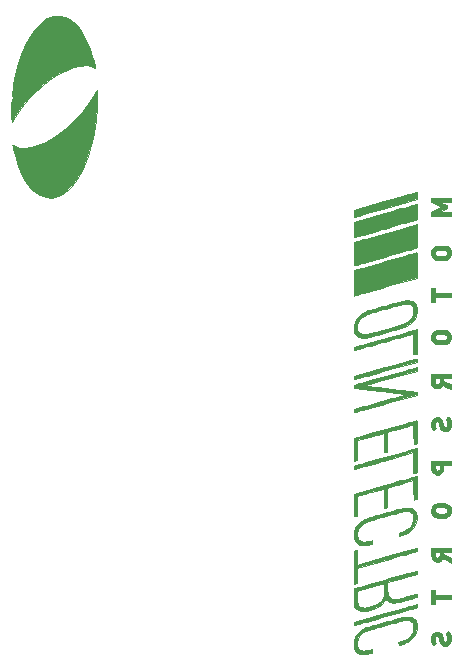
<source format=gbr>
G04 #@! TF.FileFunction,Legend,Bot*
%FSLAX46Y46*%
G04 Gerber Fmt 4.6, Leading zero omitted, Abs format (unit mm)*
G04 Created by KiCad (PCBNEW 4.0.7) date 02/05/18 22:40:42*
%MOMM*%
%LPD*%
G01*
G04 APERTURE LIST*
%ADD10C,0.100000*%
%ADD11C,0.010000*%
G04 APERTURE END LIST*
D10*
D11*
G36*
X53989143Y-68947017D02*
X53949129Y-68796543D01*
X53880824Y-68530372D01*
X53796675Y-68197171D01*
X53765353Y-68072000D01*
X53571412Y-67439477D01*
X53311366Y-66800834D01*
X53008074Y-66202291D01*
X52684399Y-65690072D01*
X52435631Y-65383536D01*
X51952550Y-64962272D01*
X51455705Y-64702790D01*
X50951883Y-64598792D01*
X50447872Y-64643979D01*
X49950459Y-64832051D01*
X49466431Y-65156710D01*
X49002574Y-65611657D01*
X48565676Y-66190592D01*
X48162524Y-66887217D01*
X47799904Y-67695233D01*
X47484605Y-68608340D01*
X47223412Y-69620241D01*
X47081702Y-70352475D01*
X47008127Y-70810011D01*
X46967748Y-71126773D01*
X46958974Y-71327712D01*
X46980217Y-71437775D01*
X47010312Y-71473012D01*
X47064072Y-71531926D01*
X47020267Y-71542037D01*
X46960596Y-71623681D01*
X46921027Y-71852475D01*
X46908162Y-72072500D01*
X46896946Y-72439381D01*
X46884734Y-72810533D01*
X46877894Y-73003858D01*
X46880686Y-73238176D01*
X46904502Y-73383137D01*
X46923843Y-73406025D01*
X46953621Y-73471706D01*
X46938003Y-73554166D01*
X46951138Y-73561663D01*
X47028847Y-73444877D01*
X47155015Y-73228402D01*
X47175773Y-73191282D01*
X47685860Y-72398948D01*
X48332424Y-71616036D01*
X48905234Y-71033528D01*
X49670737Y-70356455D01*
X50416337Y-69811925D01*
X51179744Y-69373249D01*
X51405915Y-69263851D01*
X52111966Y-68975796D01*
X52717350Y-68817043D01*
X53229665Y-68786695D01*
X53656508Y-68883850D01*
X53834819Y-68976495D01*
X53973405Y-69055506D01*
X54008225Y-69031423D01*
X53989143Y-68947017D01*
X53989143Y-68947017D01*
G37*
X53989143Y-68947017D02*
X53949129Y-68796543D01*
X53880824Y-68530372D01*
X53796675Y-68197171D01*
X53765353Y-68072000D01*
X53571412Y-67439477D01*
X53311366Y-66800834D01*
X53008074Y-66202291D01*
X52684399Y-65690072D01*
X52435631Y-65383536D01*
X51952550Y-64962272D01*
X51455705Y-64702790D01*
X50951883Y-64598792D01*
X50447872Y-64643979D01*
X49950459Y-64832051D01*
X49466431Y-65156710D01*
X49002574Y-65611657D01*
X48565676Y-66190592D01*
X48162524Y-66887217D01*
X47799904Y-67695233D01*
X47484605Y-68608340D01*
X47223412Y-69620241D01*
X47081702Y-70352475D01*
X47008127Y-70810011D01*
X46967748Y-71126773D01*
X46958974Y-71327712D01*
X46980217Y-71437775D01*
X47010312Y-71473012D01*
X47064072Y-71531926D01*
X47020267Y-71542037D01*
X46960596Y-71623681D01*
X46921027Y-71852475D01*
X46908162Y-72072500D01*
X46896946Y-72439381D01*
X46884734Y-72810533D01*
X46877894Y-73003858D01*
X46880686Y-73238176D01*
X46904502Y-73383137D01*
X46923843Y-73406025D01*
X46953621Y-73471706D01*
X46938003Y-73554166D01*
X46951138Y-73561663D01*
X47028847Y-73444877D01*
X47155015Y-73228402D01*
X47175773Y-73191282D01*
X47685860Y-72398948D01*
X48332424Y-71616036D01*
X48905234Y-71033528D01*
X49670737Y-70356455D01*
X50416337Y-69811925D01*
X51179744Y-69373249D01*
X51405915Y-69263851D01*
X52111966Y-68975796D01*
X52717350Y-68817043D01*
X53229665Y-68786695D01*
X53656508Y-68883850D01*
X53834819Y-68976495D01*
X53973405Y-69055506D01*
X54008225Y-69031423D01*
X53989143Y-68947017D01*
G36*
X53733726Y-71600930D02*
X53403291Y-72092831D01*
X52969905Y-72639654D01*
X52470573Y-73201000D01*
X51942300Y-73736471D01*
X51422091Y-74205667D01*
X51145931Y-74426037D01*
X50479336Y-74883304D01*
X49813455Y-75256143D01*
X49167948Y-75538527D01*
X48562477Y-75724430D01*
X48016703Y-75807825D01*
X47550289Y-75782687D01*
X47182896Y-75642989D01*
X47180500Y-75641451D01*
X47042806Y-75559272D01*
X46994163Y-75541881D01*
X47015915Y-75628357D01*
X47070831Y-75841232D01*
X47149234Y-76143084D01*
X47197173Y-76327000D01*
X47498716Y-77319803D01*
X47844146Y-78152117D01*
X48235661Y-78827575D01*
X48675457Y-79349808D01*
X49165734Y-79722449D01*
X49292824Y-79790860D01*
X49823567Y-79972592D01*
X50348968Y-79994253D01*
X50863274Y-79865103D01*
X51360731Y-79594403D01*
X51835585Y-79191416D01*
X52282082Y-78665401D01*
X52694469Y-78025620D01*
X53066991Y-77281334D01*
X53393894Y-76441805D01*
X53669426Y-75516293D01*
X53887831Y-74514060D01*
X54043355Y-73444367D01*
X54130246Y-72316474D01*
X54141618Y-71986518D01*
X54169785Y-70863369D01*
X53733726Y-71600930D01*
X53733726Y-71600930D01*
G37*
X53733726Y-71600930D02*
X53403291Y-72092831D01*
X52969905Y-72639654D01*
X52470573Y-73201000D01*
X51942300Y-73736471D01*
X51422091Y-74205667D01*
X51145931Y-74426037D01*
X50479336Y-74883304D01*
X49813455Y-75256143D01*
X49167948Y-75538527D01*
X48562477Y-75724430D01*
X48016703Y-75807825D01*
X47550289Y-75782687D01*
X47182896Y-75642989D01*
X47180500Y-75641451D01*
X47042806Y-75559272D01*
X46994163Y-75541881D01*
X47015915Y-75628357D01*
X47070831Y-75841232D01*
X47149234Y-76143084D01*
X47197173Y-76327000D01*
X47498716Y-77319803D01*
X47844146Y-78152117D01*
X48235661Y-78827575D01*
X48675457Y-79349808D01*
X49165734Y-79722449D01*
X49292824Y-79790860D01*
X49823567Y-79972592D01*
X50348968Y-79994253D01*
X50863274Y-79865103D01*
X51360731Y-79594403D01*
X51835585Y-79191416D01*
X52282082Y-78665401D01*
X52694469Y-78025620D01*
X53066991Y-77281334D01*
X53393894Y-76441805D01*
X53669426Y-75516293D01*
X53887831Y-74514060D01*
X54043355Y-73444367D01*
X54130246Y-72316474D01*
X54141618Y-71986518D01*
X54169785Y-70863369D01*
X53733726Y-71600930D01*
G36*
X82455555Y-84790944D02*
X82487693Y-84929057D01*
X82554457Y-85047133D01*
X82636981Y-85136319D01*
X82716125Y-85197911D01*
X82805727Y-85242398D01*
X82914260Y-85271549D01*
X83050195Y-85287137D01*
X83222004Y-85290931D01*
X83361486Y-85287754D01*
X83557255Y-85275375D01*
X83710772Y-85251214D01*
X83829915Y-85211726D01*
X83922561Y-85153367D01*
X83996587Y-85072590D01*
X84054877Y-84975700D01*
X84088725Y-84878576D01*
X84110438Y-84754576D01*
X84118093Y-84625135D01*
X84109766Y-84511687D01*
X84100143Y-84471094D01*
X84028998Y-84328502D01*
X83918694Y-84208740D01*
X83805694Y-84135601D01*
X83754477Y-84111484D01*
X83708571Y-84094294D01*
X83658500Y-84083067D01*
X83594784Y-84076836D01*
X83507948Y-84074638D01*
X83388514Y-84075507D01*
X83241871Y-84078182D01*
X83235681Y-84078316D01*
X83235681Y-84404978D01*
X83363568Y-84408824D01*
X83486673Y-84417763D01*
X83591797Y-84430987D01*
X83665740Y-84447686D01*
X83686361Y-84456748D01*
X83739247Y-84507703D01*
X83787255Y-84581673D01*
X83816288Y-84655162D01*
X83819421Y-84678511D01*
X83808811Y-84722862D01*
X83782394Y-84784234D01*
X83781470Y-84786031D01*
X83744133Y-84844143D01*
X83696102Y-84885880D01*
X83629354Y-84913437D01*
X83535867Y-84929011D01*
X83407618Y-84934798D01*
X83243896Y-84933172D01*
X82901305Y-84924900D01*
X82827252Y-84841949D01*
X82767293Y-84744465D01*
X82753789Y-84646449D01*
X82783125Y-84555958D01*
X82851690Y-84481049D01*
X82955868Y-84429783D01*
X83018354Y-84415804D01*
X83116210Y-84407035D01*
X83235681Y-84404978D01*
X83235681Y-84078316D01*
X83084384Y-84081595D01*
X82968726Y-84085512D01*
X82885928Y-84091248D01*
X82827027Y-84100123D01*
X82783056Y-84113452D01*
X82745049Y-84132554D01*
X82707026Y-84156766D01*
X82588722Y-84255063D01*
X82510271Y-84371110D01*
X82466222Y-84514904D01*
X82453881Y-84621083D01*
X82455555Y-84790944D01*
X82455555Y-84790944D01*
G37*
X82455555Y-84790944D02*
X82487693Y-84929057D01*
X82554457Y-85047133D01*
X82636981Y-85136319D01*
X82716125Y-85197911D01*
X82805727Y-85242398D01*
X82914260Y-85271549D01*
X83050195Y-85287137D01*
X83222004Y-85290931D01*
X83361486Y-85287754D01*
X83557255Y-85275375D01*
X83710772Y-85251214D01*
X83829915Y-85211726D01*
X83922561Y-85153367D01*
X83996587Y-85072590D01*
X84054877Y-84975700D01*
X84088725Y-84878576D01*
X84110438Y-84754576D01*
X84118093Y-84625135D01*
X84109766Y-84511687D01*
X84100143Y-84471094D01*
X84028998Y-84328502D01*
X83918694Y-84208740D01*
X83805694Y-84135601D01*
X83754477Y-84111484D01*
X83708571Y-84094294D01*
X83658500Y-84083067D01*
X83594784Y-84076836D01*
X83507948Y-84074638D01*
X83388514Y-84075507D01*
X83241871Y-84078182D01*
X83235681Y-84078316D01*
X83235681Y-84404978D01*
X83363568Y-84408824D01*
X83486673Y-84417763D01*
X83591797Y-84430987D01*
X83665740Y-84447686D01*
X83686361Y-84456748D01*
X83739247Y-84507703D01*
X83787255Y-84581673D01*
X83816288Y-84655162D01*
X83819421Y-84678511D01*
X83808811Y-84722862D01*
X83782394Y-84784234D01*
X83781470Y-84786031D01*
X83744133Y-84844143D01*
X83696102Y-84885880D01*
X83629354Y-84913437D01*
X83535867Y-84929011D01*
X83407618Y-84934798D01*
X83243896Y-84933172D01*
X82901305Y-84924900D01*
X82827252Y-84841949D01*
X82767293Y-84744465D01*
X82753789Y-84646449D01*
X82783125Y-84555958D01*
X82851690Y-84481049D01*
X82955868Y-84429783D01*
X83018354Y-84415804D01*
X83116210Y-84407035D01*
X83235681Y-84404978D01*
X83235681Y-84078316D01*
X83084384Y-84081595D01*
X82968726Y-84085512D01*
X82885928Y-84091248D01*
X82827027Y-84100123D01*
X82783056Y-84113452D01*
X82745049Y-84132554D01*
X82707026Y-84156766D01*
X82588722Y-84255063D01*
X82510271Y-84371110D01*
X82466222Y-84514904D01*
X82453881Y-84621083D01*
X82455555Y-84790944D01*
G36*
X82465073Y-91989821D02*
X82521184Y-92134487D01*
X82612603Y-92259643D01*
X82714149Y-92341307D01*
X82764116Y-92371063D01*
X82808752Y-92392143D01*
X82858327Y-92406301D01*
X82923111Y-92415293D01*
X83013375Y-92420872D01*
X83139388Y-92424795D01*
X83212980Y-92426545D01*
X83411864Y-92428248D01*
X83568514Y-92421735D01*
X83691118Y-92404979D01*
X83787864Y-92375954D01*
X83866939Y-92332632D01*
X83936530Y-92272986D01*
X83967376Y-92239779D01*
X84063423Y-92093688D01*
X84114050Y-91927272D01*
X84118472Y-91744456D01*
X84093404Y-91607869D01*
X84046109Y-91505901D01*
X83964996Y-91402747D01*
X83864585Y-91312841D01*
X83759398Y-91250615D01*
X83720237Y-91236972D01*
X83638022Y-91224008D01*
X83511892Y-91216230D01*
X83348496Y-91213925D01*
X83331881Y-91214140D01*
X83331881Y-91556311D01*
X83461899Y-91558429D01*
X83552178Y-91563729D01*
X83613753Y-91573864D01*
X83657663Y-91590485D01*
X83687481Y-91609560D01*
X83771510Y-91696288D01*
X83808709Y-91792398D01*
X83798463Y-91890608D01*
X83740156Y-91983637D01*
X83720724Y-92002770D01*
X83670707Y-92040387D01*
X83611067Y-92064603D01*
X83526066Y-92080469D01*
X83454224Y-92088280D01*
X83288269Y-92095994D01*
X83127084Y-92089410D01*
X82986585Y-92069771D01*
X82898052Y-92044827D01*
X82826293Y-91992765D01*
X82773852Y-91910227D01*
X82753296Y-91817090D01*
X82753294Y-91815911D01*
X82766452Y-91754961D01*
X82798451Y-91683829D01*
X82802883Y-91676328D01*
X82838395Y-91630725D01*
X82886142Y-91597761D01*
X82954010Y-91575647D01*
X83049884Y-91562595D01*
X83181649Y-91556815D01*
X83331881Y-91556311D01*
X83331881Y-91214140D01*
X83222859Y-91215555D01*
X83074704Y-91219192D01*
X82967290Y-91223592D01*
X82890564Y-91230439D01*
X82834475Y-91241413D01*
X82788973Y-91258199D01*
X82744004Y-91282477D01*
X82714145Y-91300692D01*
X82593714Y-91402827D01*
X82508591Y-91532147D01*
X82458777Y-91679312D01*
X82444271Y-91834983D01*
X82465073Y-91989821D01*
X82465073Y-91989821D01*
G37*
X82465073Y-91989821D02*
X82521184Y-92134487D01*
X82612603Y-92259643D01*
X82714149Y-92341307D01*
X82764116Y-92371063D01*
X82808752Y-92392143D01*
X82858327Y-92406301D01*
X82923111Y-92415293D01*
X83013375Y-92420872D01*
X83139388Y-92424795D01*
X83212980Y-92426545D01*
X83411864Y-92428248D01*
X83568514Y-92421735D01*
X83691118Y-92404979D01*
X83787864Y-92375954D01*
X83866939Y-92332632D01*
X83936530Y-92272986D01*
X83967376Y-92239779D01*
X84063423Y-92093688D01*
X84114050Y-91927272D01*
X84118472Y-91744456D01*
X84093404Y-91607869D01*
X84046109Y-91505901D01*
X83964996Y-91402747D01*
X83864585Y-91312841D01*
X83759398Y-91250615D01*
X83720237Y-91236972D01*
X83638022Y-91224008D01*
X83511892Y-91216230D01*
X83348496Y-91213925D01*
X83331881Y-91214140D01*
X83331881Y-91556311D01*
X83461899Y-91558429D01*
X83552178Y-91563729D01*
X83613753Y-91573864D01*
X83657663Y-91590485D01*
X83687481Y-91609560D01*
X83771510Y-91696288D01*
X83808709Y-91792398D01*
X83798463Y-91890608D01*
X83740156Y-91983637D01*
X83720724Y-92002770D01*
X83670707Y-92040387D01*
X83611067Y-92064603D01*
X83526066Y-92080469D01*
X83454224Y-92088280D01*
X83288269Y-92095994D01*
X83127084Y-92089410D01*
X82986585Y-92069771D01*
X82898052Y-92044827D01*
X82826293Y-91992765D01*
X82773852Y-91910227D01*
X82753296Y-91817090D01*
X82753294Y-91815911D01*
X82766452Y-91754961D01*
X82798451Y-91683829D01*
X82802883Y-91676328D01*
X82838395Y-91630725D01*
X82886142Y-91597761D01*
X82954010Y-91575647D01*
X83049884Y-91562595D01*
X83181649Y-91556815D01*
X83331881Y-91556311D01*
X83331881Y-91214140D01*
X83222859Y-91215555D01*
X83074704Y-91219192D01*
X82967290Y-91223592D01*
X82890564Y-91230439D01*
X82834475Y-91241413D01*
X82788973Y-91258199D01*
X82744004Y-91282477D01*
X82714145Y-91300692D01*
X82593714Y-91402827D01*
X82508591Y-91532147D01*
X82458777Y-91679312D01*
X82444271Y-91834983D01*
X82465073Y-91989821D01*
G36*
X82461836Y-99362534D02*
X82497750Y-99508327D01*
X82553216Y-99625703D01*
X82611024Y-99693060D01*
X82639804Y-99709824D01*
X82670198Y-99703450D01*
X82714376Y-99668433D01*
X82756883Y-99627068D01*
X82859035Y-99524917D01*
X82806117Y-99426185D01*
X82764167Y-99313234D01*
X82750743Y-99194838D01*
X82765510Y-99086401D01*
X82808129Y-99003326D01*
X82815545Y-98995345D01*
X82886302Y-98943497D01*
X82955579Y-98937832D01*
X83005881Y-98957694D01*
X83037172Y-98979782D01*
X83061065Y-99013870D01*
X83081265Y-99069853D01*
X83101475Y-99157627D01*
X83122026Y-99267983D01*
X83160885Y-99437602D01*
X83212254Y-99563776D01*
X83281382Y-99653339D01*
X83373518Y-99713126D01*
X83491920Y-99749562D01*
X83656603Y-99760672D01*
X83804467Y-99724939D01*
X83931026Y-99644490D01*
X84031794Y-99521453D01*
X84052844Y-99483480D01*
X84087626Y-99381801D01*
X84109642Y-99248779D01*
X84117799Y-99102512D01*
X84111003Y-98961097D01*
X84091002Y-98852242D01*
X84057884Y-98765408D01*
X84011306Y-98679531D01*
X83959901Y-98607338D01*
X83912303Y-98561561D01*
X83887362Y-98552000D01*
X83853140Y-98568999D01*
X83798979Y-98612696D01*
X83758333Y-98651721D01*
X83660958Y-98751443D01*
X83712616Y-98817116D01*
X83772910Y-98927908D01*
X83804301Y-99059738D01*
X83805476Y-99195191D01*
X83775121Y-99316854D01*
X83753421Y-99358450D01*
X83699867Y-99400990D01*
X83623996Y-99416403D01*
X83547345Y-99403198D01*
X83504314Y-99375685D01*
X83472818Y-99342447D01*
X83464365Y-99331235D01*
X83457665Y-99270174D01*
X83440666Y-99177504D01*
X83417098Y-99069271D01*
X83390694Y-98961521D01*
X83365186Y-98870300D01*
X83344307Y-98811654D01*
X83342797Y-98808552D01*
X83267755Y-98713046D01*
X83161546Y-98646918D01*
X83035309Y-98611420D01*
X82900181Y-98607803D01*
X82767299Y-98637321D01*
X82647801Y-98701224D01*
X82616647Y-98726906D01*
X82532172Y-98826453D01*
X82478676Y-98947634D01*
X82452834Y-99099833D01*
X82449205Y-99199700D01*
X82461836Y-99362534D01*
X82461836Y-99362534D01*
G37*
X82461836Y-99362534D02*
X82497750Y-99508327D01*
X82553216Y-99625703D01*
X82611024Y-99693060D01*
X82639804Y-99709824D01*
X82670198Y-99703450D01*
X82714376Y-99668433D01*
X82756883Y-99627068D01*
X82859035Y-99524917D01*
X82806117Y-99426185D01*
X82764167Y-99313234D01*
X82750743Y-99194838D01*
X82765510Y-99086401D01*
X82808129Y-99003326D01*
X82815545Y-98995345D01*
X82886302Y-98943497D01*
X82955579Y-98937832D01*
X83005881Y-98957694D01*
X83037172Y-98979782D01*
X83061065Y-99013870D01*
X83081265Y-99069853D01*
X83101475Y-99157627D01*
X83122026Y-99267983D01*
X83160885Y-99437602D01*
X83212254Y-99563776D01*
X83281382Y-99653339D01*
X83373518Y-99713126D01*
X83491920Y-99749562D01*
X83656603Y-99760672D01*
X83804467Y-99724939D01*
X83931026Y-99644490D01*
X84031794Y-99521453D01*
X84052844Y-99483480D01*
X84087626Y-99381801D01*
X84109642Y-99248779D01*
X84117799Y-99102512D01*
X84111003Y-98961097D01*
X84091002Y-98852242D01*
X84057884Y-98765408D01*
X84011306Y-98679531D01*
X83959901Y-98607338D01*
X83912303Y-98561561D01*
X83887362Y-98552000D01*
X83853140Y-98568999D01*
X83798979Y-98612696D01*
X83758333Y-98651721D01*
X83660958Y-98751443D01*
X83712616Y-98817116D01*
X83772910Y-98927908D01*
X83804301Y-99059738D01*
X83805476Y-99195191D01*
X83775121Y-99316854D01*
X83753421Y-99358450D01*
X83699867Y-99400990D01*
X83623996Y-99416403D01*
X83547345Y-99403198D01*
X83504314Y-99375685D01*
X83472818Y-99342447D01*
X83464365Y-99331235D01*
X83457665Y-99270174D01*
X83440666Y-99177504D01*
X83417098Y-99069271D01*
X83390694Y-98961521D01*
X83365186Y-98870300D01*
X83344307Y-98811654D01*
X83342797Y-98808552D01*
X83267755Y-98713046D01*
X83161546Y-98646918D01*
X83035309Y-98611420D01*
X82900181Y-98607803D01*
X82767299Y-98637321D01*
X82647801Y-98701224D01*
X82616647Y-98726906D01*
X82532172Y-98826453D01*
X82478676Y-98947634D01*
X82452834Y-99099833D01*
X82449205Y-99199700D01*
X82461836Y-99362534D01*
G36*
X82469018Y-106674668D02*
X82527651Y-106827524D01*
X82625600Y-106948374D01*
X82763051Y-107037526D01*
X82788852Y-107048924D01*
X82874229Y-107072499D01*
X82996361Y-107090625D01*
X83141422Y-107102589D01*
X83295588Y-107107678D01*
X83445034Y-107105180D01*
X83575937Y-107094382D01*
X83601094Y-107090787D01*
X83770304Y-107047786D01*
X83902459Y-106975498D01*
X84004886Y-106869355D01*
X84038023Y-106818368D01*
X84089049Y-106693675D01*
X84116151Y-106546375D01*
X84117332Y-106397602D01*
X84090594Y-106268490D01*
X84090115Y-106267198D01*
X84008286Y-106114006D01*
X83891713Y-105995336D01*
X83801640Y-105940168D01*
X83749922Y-105916957D01*
X83698868Y-105900689D01*
X83638126Y-105890131D01*
X83557346Y-105884053D01*
X83446176Y-105881224D01*
X83405830Y-105881003D01*
X83405830Y-106225293D01*
X83539837Y-106233100D01*
X83637912Y-106252143D01*
X83707231Y-106284419D01*
X83754967Y-106331925D01*
X83781732Y-106380599D01*
X83808825Y-106447138D01*
X83815961Y-106492690D01*
X83803269Y-106542426D01*
X83782814Y-106592829D01*
X83746039Y-106656128D01*
X83691720Y-106701585D01*
X83612298Y-106731688D01*
X83500216Y-106748927D01*
X83347916Y-106755788D01*
X83286600Y-106756200D01*
X83119995Y-106751984D01*
X82995668Y-106739602D01*
X82920803Y-106720783D01*
X82823048Y-106657341D01*
X82766848Y-106571799D01*
X82754417Y-106473677D01*
X82787966Y-106372495D01*
X82827300Y-106318450D01*
X82901400Y-106235500D01*
X83228718Y-106226727D01*
X83405830Y-106225293D01*
X83405830Y-105881003D01*
X83299300Y-105880418D01*
X83118495Y-105882194D01*
X82979057Y-105889458D01*
X82871665Y-105904280D01*
X82787001Y-105928728D01*
X82715745Y-105964872D01*
X82648579Y-106014780D01*
X82632734Y-106028420D01*
X82536317Y-106137364D01*
X82477091Y-106266309D01*
X82451321Y-106424651D01*
X82449515Y-106489500D01*
X82469018Y-106674668D01*
X82469018Y-106674668D01*
G37*
X82469018Y-106674668D02*
X82527651Y-106827524D01*
X82625600Y-106948374D01*
X82763051Y-107037526D01*
X82788852Y-107048924D01*
X82874229Y-107072499D01*
X82996361Y-107090625D01*
X83141422Y-107102589D01*
X83295588Y-107107678D01*
X83445034Y-107105180D01*
X83575937Y-107094382D01*
X83601094Y-107090787D01*
X83770304Y-107047786D01*
X83902459Y-106975498D01*
X84004886Y-106869355D01*
X84038023Y-106818368D01*
X84089049Y-106693675D01*
X84116151Y-106546375D01*
X84117332Y-106397602D01*
X84090594Y-106268490D01*
X84090115Y-106267198D01*
X84008286Y-106114006D01*
X83891713Y-105995336D01*
X83801640Y-105940168D01*
X83749922Y-105916957D01*
X83698868Y-105900689D01*
X83638126Y-105890131D01*
X83557346Y-105884053D01*
X83446176Y-105881224D01*
X83405830Y-105881003D01*
X83405830Y-106225293D01*
X83539837Y-106233100D01*
X83637912Y-106252143D01*
X83707231Y-106284419D01*
X83754967Y-106331925D01*
X83781732Y-106380599D01*
X83808825Y-106447138D01*
X83815961Y-106492690D01*
X83803269Y-106542426D01*
X83782814Y-106592829D01*
X83746039Y-106656128D01*
X83691720Y-106701585D01*
X83612298Y-106731688D01*
X83500216Y-106748927D01*
X83347916Y-106755788D01*
X83286600Y-106756200D01*
X83119995Y-106751984D01*
X82995668Y-106739602D01*
X82920803Y-106720783D01*
X82823048Y-106657341D01*
X82766848Y-106571799D01*
X82754417Y-106473677D01*
X82787966Y-106372495D01*
X82827300Y-106318450D01*
X82901400Y-106235500D01*
X83228718Y-106226727D01*
X83405830Y-106225293D01*
X83405830Y-105881003D01*
X83299300Y-105880418D01*
X83118495Y-105882194D01*
X82979057Y-105889458D01*
X82871665Y-105904280D01*
X82787001Y-105928728D01*
X82715745Y-105964872D01*
X82648579Y-106014780D01*
X82632734Y-106028420D01*
X82536317Y-106137364D01*
X82477091Y-106266309D01*
X82451321Y-106424651D01*
X82449515Y-106489500D01*
X82469018Y-106674668D01*
G36*
X82460792Y-117557553D02*
X82473561Y-117617872D01*
X82507205Y-117702526D01*
X82550408Y-117783145D01*
X82594795Y-117846486D01*
X82631994Y-117879307D01*
X82640095Y-117881226D01*
X82671587Y-117864433D01*
X82723509Y-117821201D01*
X82760714Y-117785110D01*
X82854738Y-117688820D01*
X82803969Y-117589239D01*
X82761830Y-117473142D01*
X82750154Y-117359581D01*
X82766416Y-117258117D01*
X82808090Y-117178312D01*
X82872651Y-117129727D01*
X82928052Y-117119400D01*
X82990913Y-117130857D01*
X83039105Y-117169624D01*
X83076654Y-117242290D01*
X83107584Y-117355448D01*
X83123627Y-117439603D01*
X83159651Y-117603829D01*
X83205998Y-117725419D01*
X83267420Y-117812230D01*
X83348669Y-117872119D01*
X83398864Y-117894672D01*
X83554246Y-117930477D01*
X83705973Y-117922293D01*
X83844946Y-117873364D01*
X83962062Y-117786934D01*
X84048219Y-117666245D01*
X84049986Y-117662636D01*
X84087400Y-117550811D01*
X84110923Y-117409730D01*
X84118932Y-117259435D01*
X84109804Y-117119966D01*
X84098635Y-117061855D01*
X84064691Y-116958739D01*
X84018072Y-116857370D01*
X83967731Y-116775408D01*
X83934953Y-116738942D01*
X83907482Y-116724443D01*
X83875839Y-116732889D01*
X83828920Y-116769770D01*
X83781895Y-116814604D01*
X83669997Y-116924424D01*
X83718086Y-116991959D01*
X83768637Y-117091767D01*
X83802353Y-117214284D01*
X83813557Y-117334625D01*
X83808523Y-117388508D01*
X83776901Y-117474083D01*
X83723051Y-117547005D01*
X83659435Y-117593104D01*
X83620768Y-117602000D01*
X83554067Y-117587748D01*
X83503088Y-117541194D01*
X83464267Y-117456643D01*
X83434039Y-117328396D01*
X83428298Y-117294436D01*
X83392307Y-117120414D01*
X83344782Y-116989823D01*
X83281072Y-116895762D01*
X83196525Y-116831329D01*
X83088372Y-116790121D01*
X82927890Y-116771120D01*
X82778027Y-116799099D01*
X82645991Y-116871418D01*
X82538994Y-116985434D01*
X82533661Y-116993341D01*
X82496765Y-117057442D01*
X82473774Y-117124214D01*
X82460353Y-117210700D01*
X82453426Y-117308656D01*
X82451769Y-117443731D01*
X82460792Y-117557553D01*
X82460792Y-117557553D01*
G37*
X82460792Y-117557553D02*
X82473561Y-117617872D01*
X82507205Y-117702526D01*
X82550408Y-117783145D01*
X82594795Y-117846486D01*
X82631994Y-117879307D01*
X82640095Y-117881226D01*
X82671587Y-117864433D01*
X82723509Y-117821201D01*
X82760714Y-117785110D01*
X82854738Y-117688820D01*
X82803969Y-117589239D01*
X82761830Y-117473142D01*
X82750154Y-117359581D01*
X82766416Y-117258117D01*
X82808090Y-117178312D01*
X82872651Y-117129727D01*
X82928052Y-117119400D01*
X82990913Y-117130857D01*
X83039105Y-117169624D01*
X83076654Y-117242290D01*
X83107584Y-117355448D01*
X83123627Y-117439603D01*
X83159651Y-117603829D01*
X83205998Y-117725419D01*
X83267420Y-117812230D01*
X83348669Y-117872119D01*
X83398864Y-117894672D01*
X83554246Y-117930477D01*
X83705973Y-117922293D01*
X83844946Y-117873364D01*
X83962062Y-117786934D01*
X84048219Y-117666245D01*
X84049986Y-117662636D01*
X84087400Y-117550811D01*
X84110923Y-117409730D01*
X84118932Y-117259435D01*
X84109804Y-117119966D01*
X84098635Y-117061855D01*
X84064691Y-116958739D01*
X84018072Y-116857370D01*
X83967731Y-116775408D01*
X83934953Y-116738942D01*
X83907482Y-116724443D01*
X83875839Y-116732889D01*
X83828920Y-116769770D01*
X83781895Y-116814604D01*
X83669997Y-116924424D01*
X83718086Y-116991959D01*
X83768637Y-117091767D01*
X83802353Y-117214284D01*
X83813557Y-117334625D01*
X83808523Y-117388508D01*
X83776901Y-117474083D01*
X83723051Y-117547005D01*
X83659435Y-117593104D01*
X83620768Y-117602000D01*
X83554067Y-117587748D01*
X83503088Y-117541194D01*
X83464267Y-117456643D01*
X83434039Y-117328396D01*
X83428298Y-117294436D01*
X83392307Y-117120414D01*
X83344782Y-116989823D01*
X83281072Y-116895762D01*
X83196525Y-116831329D01*
X83088372Y-116790121D01*
X82927890Y-116771120D01*
X82778027Y-116799099D01*
X82645991Y-116871418D01*
X82538994Y-116985434D01*
X82533661Y-116993341D01*
X82496765Y-117057442D01*
X82473774Y-117124214D01*
X82460353Y-117210700D01*
X82453426Y-117308656D01*
X82451769Y-117443731D01*
X82460792Y-117557553D01*
G36*
X82879475Y-80578246D02*
X83310550Y-80787468D01*
X82448400Y-81199700D01*
X82448400Y-81534000D01*
X84099400Y-81534000D01*
X84099400Y-81203800D01*
X83197700Y-81200848D01*
X83483450Y-81056794D01*
X83769200Y-80912739D01*
X83769200Y-80656660D01*
X83483450Y-80512605D01*
X83197700Y-80368551D01*
X83648550Y-80367075D01*
X84099400Y-80365600D01*
X84099400Y-80035400D01*
X82448400Y-80035400D01*
X82448400Y-80369023D01*
X82879475Y-80578246D01*
X82879475Y-80578246D01*
G37*
X82879475Y-80578246D02*
X83310550Y-80787468D01*
X82448400Y-81199700D01*
X82448400Y-81534000D01*
X84099400Y-81534000D01*
X84099400Y-81203800D01*
X83197700Y-81200848D01*
X83483450Y-81056794D01*
X83769200Y-80912739D01*
X83769200Y-80656660D01*
X83483450Y-80512605D01*
X83197700Y-80368551D01*
X83648550Y-80367075D01*
X84099400Y-80365600D01*
X84099400Y-80035400D01*
X82448400Y-80035400D01*
X82448400Y-80369023D01*
X82879475Y-80578246D01*
G36*
X82753200Y-88849200D02*
X82753200Y-88417400D01*
X84099400Y-88417400D01*
X84099400Y-88087200D01*
X82753200Y-88087200D01*
X82753200Y-87655400D01*
X82448400Y-87655400D01*
X82448400Y-88849200D01*
X82753200Y-88849200D01*
X82753200Y-88849200D01*
G37*
X82753200Y-88849200D02*
X82753200Y-88417400D01*
X84099400Y-88417400D01*
X84099400Y-88087200D01*
X82753200Y-88087200D01*
X82753200Y-87655400D01*
X82448400Y-87655400D01*
X82448400Y-88849200D01*
X82753200Y-88849200D01*
G36*
X82449005Y-95319850D02*
X82450860Y-95457226D01*
X82455503Y-95584666D01*
X82462268Y-95689297D01*
X82470492Y-95758247D01*
X82472025Y-95765653D01*
X82529459Y-95910018D01*
X82623374Y-96024981D01*
X82745870Y-96105860D01*
X82889050Y-96147978D01*
X83045014Y-96146653D01*
X83097211Y-96136070D01*
X83181980Y-96102409D01*
X83265948Y-96049243D01*
X83336252Y-95987199D01*
X83380023Y-95926903D01*
X83388200Y-95895727D01*
X83403792Y-95887911D01*
X83452563Y-95902185D01*
X83537508Y-95939791D01*
X83661620Y-96001968D01*
X83727215Y-96036273D01*
X83846374Y-96098612D01*
X83949456Y-96151498D01*
X84028236Y-96190793D01*
X84074489Y-96212358D01*
X84082815Y-96215200D01*
X84090580Y-96191826D01*
X84096399Y-96129790D01*
X84099263Y-96041224D01*
X84099400Y-96015680D01*
X84099400Y-95816161D01*
X83782185Y-95666430D01*
X83464971Y-95516700D01*
X83464685Y-95408750D01*
X83464400Y-95300800D01*
X84099400Y-95300800D01*
X84099400Y-94970600D01*
X83159600Y-94970600D01*
X83159600Y-95300800D01*
X83159600Y-95492454D01*
X83157701Y-95594417D01*
X83149591Y-95660399D01*
X83131649Y-95705153D01*
X83100253Y-95743431D01*
X83097254Y-95746454D01*
X83016405Y-95798686D01*
X82930611Y-95800732D01*
X82843074Y-95752548D01*
X82839999Y-95749935D01*
X82804156Y-95713566D01*
X82781902Y-95670885D01*
X82768677Y-95607583D01*
X82759920Y-95509352D01*
X82759042Y-95495935D01*
X82746519Y-95300800D01*
X83159600Y-95300800D01*
X83159600Y-94970600D01*
X82448400Y-94970600D01*
X82449005Y-95319850D01*
X82449005Y-95319850D01*
G37*
X82449005Y-95319850D02*
X82450860Y-95457226D01*
X82455503Y-95584666D01*
X82462268Y-95689297D01*
X82470492Y-95758247D01*
X82472025Y-95765653D01*
X82529459Y-95910018D01*
X82623374Y-96024981D01*
X82745870Y-96105860D01*
X82889050Y-96147978D01*
X83045014Y-96146653D01*
X83097211Y-96136070D01*
X83181980Y-96102409D01*
X83265948Y-96049243D01*
X83336252Y-95987199D01*
X83380023Y-95926903D01*
X83388200Y-95895727D01*
X83403792Y-95887911D01*
X83452563Y-95902185D01*
X83537508Y-95939791D01*
X83661620Y-96001968D01*
X83727215Y-96036273D01*
X83846374Y-96098612D01*
X83949456Y-96151498D01*
X84028236Y-96190793D01*
X84074489Y-96212358D01*
X84082815Y-96215200D01*
X84090580Y-96191826D01*
X84096399Y-96129790D01*
X84099263Y-96041224D01*
X84099400Y-96015680D01*
X84099400Y-95816161D01*
X83782185Y-95666430D01*
X83464971Y-95516700D01*
X83464685Y-95408750D01*
X83464400Y-95300800D01*
X84099400Y-95300800D01*
X84099400Y-94970600D01*
X83159600Y-94970600D01*
X83159600Y-95300800D01*
X83159600Y-95492454D01*
X83157701Y-95594417D01*
X83149591Y-95660399D01*
X83131649Y-95705153D01*
X83100253Y-95743431D01*
X83097254Y-95746454D01*
X83016405Y-95798686D01*
X82930611Y-95800732D01*
X82843074Y-95752548D01*
X82839999Y-95749935D01*
X82804156Y-95713566D01*
X82781902Y-95670885D01*
X82768677Y-95607583D01*
X82759920Y-95509352D01*
X82759042Y-95495935D01*
X82746519Y-95300800D01*
X83159600Y-95300800D01*
X83159600Y-94970600D01*
X82448400Y-94970600D01*
X82449005Y-95319850D01*
G36*
X82448541Y-102622350D02*
X82450570Y-102801079D01*
X82457597Y-102938749D01*
X82471274Y-103044992D01*
X82493252Y-103129437D01*
X82525181Y-103201716D01*
X82556820Y-103253987D01*
X82644927Y-103344288D01*
X82765582Y-103410496D01*
X82904705Y-103448679D01*
X83048216Y-103454904D01*
X83176996Y-103427184D01*
X83304815Y-103353487D01*
X83399168Y-103241615D01*
X83460065Y-103091545D01*
X83487521Y-102903251D01*
X83489242Y-102838250D01*
X83489800Y-102616000D01*
X84099400Y-102616000D01*
X84099400Y-102260400D01*
X82753200Y-102260400D01*
X82753200Y-102616000D01*
X83185000Y-102616000D01*
X83185000Y-102790374D01*
X83181014Y-102897566D01*
X83166887Y-102969827D01*
X83139364Y-103022557D01*
X83134601Y-103028820D01*
X83056316Y-103093945D01*
X82965399Y-103111504D01*
X82882734Y-103087210D01*
X82813675Y-103026367D01*
X82771062Y-102927333D01*
X82753735Y-102787102D01*
X82753200Y-102751909D01*
X82753200Y-102616000D01*
X82753200Y-102260400D01*
X82448400Y-102260400D01*
X82448541Y-102622350D01*
X82448541Y-102622350D01*
G37*
X82448541Y-102622350D02*
X82450570Y-102801079D01*
X82457597Y-102938749D01*
X82471274Y-103044992D01*
X82493252Y-103129437D01*
X82525181Y-103201716D01*
X82556820Y-103253987D01*
X82644927Y-103344288D01*
X82765582Y-103410496D01*
X82904705Y-103448679D01*
X83048216Y-103454904D01*
X83176996Y-103427184D01*
X83304815Y-103353487D01*
X83399168Y-103241615D01*
X83460065Y-103091545D01*
X83487521Y-102903251D01*
X83489242Y-102838250D01*
X83489800Y-102616000D01*
X84099400Y-102616000D01*
X84099400Y-102260400D01*
X82753200Y-102260400D01*
X82753200Y-102616000D01*
X83185000Y-102616000D01*
X83185000Y-102790374D01*
X83181014Y-102897566D01*
X83166887Y-102969827D01*
X83139364Y-103022557D01*
X83134601Y-103028820D01*
X83056316Y-103093945D01*
X82965399Y-103111504D01*
X82882734Y-103087210D01*
X82813675Y-103026367D01*
X82771062Y-102927333D01*
X82753735Y-102787102D01*
X82753200Y-102751909D01*
X82753200Y-102616000D01*
X82753200Y-102260400D01*
X82448400Y-102260400D01*
X82448541Y-102622350D01*
G36*
X82448541Y-109988350D02*
X82451020Y-110174229D01*
X82459403Y-110318509D01*
X82475355Y-110430212D01*
X82500542Y-110518363D01*
X82536629Y-110591983D01*
X82568595Y-110638814D01*
X82665756Y-110728339D01*
X82792705Y-110789389D01*
X82934970Y-110818420D01*
X83078078Y-110811890D01*
X83167951Y-110785553D01*
X83237702Y-110742836D01*
X83310516Y-110678215D01*
X83369102Y-110608702D01*
X83393173Y-110563979D01*
X83418638Y-110563698D01*
X83483607Y-110587283D01*
X83583776Y-110632887D01*
X83714839Y-110698661D01*
X83751202Y-110717659D01*
X84099400Y-110900835D01*
X84099400Y-110486512D01*
X83464400Y-110182758D01*
X83464400Y-109982000D01*
X84099400Y-109982000D01*
X84099400Y-109626400D01*
X82753200Y-109626400D01*
X82753200Y-109982000D01*
X83159600Y-109982000D01*
X83158792Y-110166150D01*
X83153497Y-110276084D01*
X83139919Y-110357874D01*
X83124972Y-110393751D01*
X83051574Y-110453392D01*
X82961896Y-110472848D01*
X82881526Y-110452585D01*
X82812778Y-110391214D01*
X82770445Y-110290566D01*
X82753597Y-110148217D01*
X82753200Y-110117909D01*
X82753200Y-109982000D01*
X82753200Y-109626400D01*
X82448400Y-109626400D01*
X82448541Y-109988350D01*
X82448541Y-109988350D01*
G37*
X82448541Y-109988350D02*
X82451020Y-110174229D01*
X82459403Y-110318509D01*
X82475355Y-110430212D01*
X82500542Y-110518363D01*
X82536629Y-110591983D01*
X82568595Y-110638814D01*
X82665756Y-110728339D01*
X82792705Y-110789389D01*
X82934970Y-110818420D01*
X83078078Y-110811890D01*
X83167951Y-110785553D01*
X83237702Y-110742836D01*
X83310516Y-110678215D01*
X83369102Y-110608702D01*
X83393173Y-110563979D01*
X83418638Y-110563698D01*
X83483607Y-110587283D01*
X83583776Y-110632887D01*
X83714839Y-110698661D01*
X83751202Y-110717659D01*
X84099400Y-110900835D01*
X84099400Y-110486512D01*
X83464400Y-110182758D01*
X83464400Y-109982000D01*
X84099400Y-109982000D01*
X84099400Y-109626400D01*
X82753200Y-109626400D01*
X82753200Y-109982000D01*
X83159600Y-109982000D01*
X83158792Y-110166150D01*
X83153497Y-110276084D01*
X83139919Y-110357874D01*
X83124972Y-110393751D01*
X83051574Y-110453392D01*
X82961896Y-110472848D01*
X82881526Y-110452585D01*
X82812778Y-110391214D01*
X82770445Y-110290566D01*
X82753597Y-110148217D01*
X82753200Y-110117909D01*
X82753200Y-109982000D01*
X82753200Y-109626400D01*
X82448400Y-109626400D01*
X82448541Y-109988350D01*
G36*
X82753200Y-114401600D02*
X82753200Y-113969800D01*
X84099400Y-113969800D01*
X84099400Y-113614200D01*
X82753200Y-113614200D01*
X82753200Y-113207800D01*
X82448400Y-113207800D01*
X82448400Y-114401600D01*
X82753200Y-114401600D01*
X82753200Y-114401600D01*
G37*
X82753200Y-114401600D02*
X82753200Y-113969800D01*
X84099400Y-113969800D01*
X84099400Y-113614200D01*
X82753200Y-113614200D01*
X82753200Y-113207800D01*
X82448400Y-113207800D01*
X82448400Y-114401600D01*
X82753200Y-114401600D01*
G36*
X75895507Y-81466810D02*
X75897499Y-81551960D01*
X75902780Y-81602681D01*
X75912956Y-81627158D01*
X75929632Y-81633576D01*
X75952349Y-81630520D01*
X75984091Y-81622154D01*
X76061408Y-81600703D01*
X76181045Y-81567093D01*
X76339748Y-81522249D01*
X76534263Y-81467097D01*
X76761334Y-81402564D01*
X77017708Y-81329574D01*
X77300130Y-81249055D01*
X77605346Y-81161930D01*
X77930100Y-81069127D01*
X78271138Y-80971571D01*
X78619197Y-80871909D01*
X81228895Y-80124300D01*
X81229047Y-79814364D01*
X81229200Y-79504429D01*
X81120984Y-79536997D01*
X81082046Y-79548371D01*
X80997649Y-79572768D01*
X80871169Y-79609218D01*
X80705982Y-79656751D01*
X80505464Y-79714397D01*
X80272990Y-79781188D01*
X80011937Y-79856153D01*
X79725680Y-79938322D01*
X79417596Y-80026726D01*
X79091061Y-80120395D01*
X78749450Y-80218360D01*
X78453984Y-80303068D01*
X75895200Y-81036571D01*
X75895200Y-81339046D01*
X75895507Y-81466810D01*
X75895507Y-81466810D01*
G37*
X75895507Y-81466810D02*
X75897499Y-81551960D01*
X75902780Y-81602681D01*
X75912956Y-81627158D01*
X75929632Y-81633576D01*
X75952349Y-81630520D01*
X75984091Y-81622154D01*
X76061408Y-81600703D01*
X76181045Y-81567093D01*
X76339748Y-81522249D01*
X76534263Y-81467097D01*
X76761334Y-81402564D01*
X77017708Y-81329574D01*
X77300130Y-81249055D01*
X77605346Y-81161930D01*
X77930100Y-81069127D01*
X78271138Y-80971571D01*
X78619197Y-80871909D01*
X81228895Y-80124300D01*
X81229047Y-79814364D01*
X81229200Y-79504429D01*
X81120984Y-79536997D01*
X81082046Y-79548371D01*
X80997649Y-79572768D01*
X80871169Y-79609218D01*
X80705982Y-79656751D01*
X80505464Y-79714397D01*
X80272990Y-79781188D01*
X80011937Y-79856153D01*
X79725680Y-79938322D01*
X79417596Y-80026726D01*
X79091061Y-80120395D01*
X78749450Y-80218360D01*
X78453984Y-80303068D01*
X75895200Y-81036571D01*
X75895200Y-81339046D01*
X75895507Y-81466810D01*
G36*
X75899084Y-83179214D02*
X75901480Y-83259707D01*
X75905967Y-83311837D01*
X75912878Y-83341212D01*
X75922547Y-83353440D01*
X75935307Y-83354130D01*
X75939217Y-83353098D01*
X75969455Y-83344368D01*
X76045190Y-83322624D01*
X76163080Y-83288823D01*
X76319779Y-83243922D01*
X76511945Y-83188878D01*
X76736234Y-83124650D01*
X76989303Y-83052194D01*
X77267808Y-82972468D01*
X77568406Y-82886429D01*
X77887753Y-82795035D01*
X78222506Y-82699243D01*
X78435200Y-82638385D01*
X78780996Y-82539433D01*
X79115664Y-82443644D01*
X79435627Y-82352042D01*
X79737311Y-82265651D01*
X80017142Y-82185496D01*
X80271544Y-82112602D01*
X80496943Y-82047991D01*
X80689764Y-81992690D01*
X80846432Y-81947722D01*
X80963373Y-81914111D01*
X81037011Y-81892883D01*
X81057750Y-81886860D01*
X81229200Y-81836648D01*
X81229200Y-81190024D01*
X81228651Y-80982763D01*
X81226854Y-80821679D01*
X81223582Y-80702159D01*
X81218608Y-80619590D01*
X81211705Y-80569361D01*
X81202645Y-80546857D01*
X81197450Y-80544549D01*
X81169225Y-80551585D01*
X81095384Y-80571771D01*
X80979126Y-80604196D01*
X80823652Y-80647952D01*
X80632160Y-80702128D01*
X80407850Y-80765816D01*
X80153922Y-80838104D01*
X79873575Y-80918083D01*
X79570009Y-81004844D01*
X79246423Y-81097477D01*
X78906017Y-81195071D01*
X78551991Y-81296718D01*
X78536800Y-81301083D01*
X75907900Y-82056466D01*
X75901117Y-82711482D01*
X75899236Y-82910710D01*
X75898447Y-83064751D01*
X75899084Y-83179214D01*
X75899084Y-83179214D01*
G37*
X75899084Y-83179214D02*
X75901480Y-83259707D01*
X75905967Y-83311837D01*
X75912878Y-83341212D01*
X75922547Y-83353440D01*
X75935307Y-83354130D01*
X75939217Y-83353098D01*
X75969455Y-83344368D01*
X76045190Y-83322624D01*
X76163080Y-83288823D01*
X76319779Y-83243922D01*
X76511945Y-83188878D01*
X76736234Y-83124650D01*
X76989303Y-83052194D01*
X77267808Y-82972468D01*
X77568406Y-82886429D01*
X77887753Y-82795035D01*
X78222506Y-82699243D01*
X78435200Y-82638385D01*
X78780996Y-82539433D01*
X79115664Y-82443644D01*
X79435627Y-82352042D01*
X79737311Y-82265651D01*
X80017142Y-82185496D01*
X80271544Y-82112602D01*
X80496943Y-82047991D01*
X80689764Y-81992690D01*
X80846432Y-81947722D01*
X80963373Y-81914111D01*
X81037011Y-81892883D01*
X81057750Y-81886860D01*
X81229200Y-81836648D01*
X81229200Y-81190024D01*
X81228651Y-80982763D01*
X81226854Y-80821679D01*
X81223582Y-80702159D01*
X81218608Y-80619590D01*
X81211705Y-80569361D01*
X81202645Y-80546857D01*
X81197450Y-80544549D01*
X81169225Y-80551585D01*
X81095384Y-80571771D01*
X80979126Y-80604196D01*
X80823652Y-80647952D01*
X80632160Y-80702128D01*
X80407850Y-80765816D01*
X80153922Y-80838104D01*
X79873575Y-80918083D01*
X79570009Y-81004844D01*
X79246423Y-81097477D01*
X78906017Y-81195071D01*
X78551991Y-81296718D01*
X78536800Y-81301083D01*
X75907900Y-82056466D01*
X75901117Y-82711482D01*
X75899236Y-82910710D01*
X75898447Y-83064751D01*
X75899084Y-83179214D01*
G36*
X75895311Y-85012279D02*
X75895784Y-85216839D01*
X75896828Y-85379781D01*
X75898651Y-85505698D01*
X75901461Y-85599179D01*
X75905467Y-85664817D01*
X75910878Y-85707202D01*
X75917902Y-85730927D01*
X75926748Y-85740581D01*
X75937623Y-85740757D01*
X75939650Y-85740186D01*
X75969681Y-85731462D01*
X76045295Y-85709689D01*
X76163236Y-85675799D01*
X76320249Y-85630727D01*
X76513079Y-85575406D01*
X76738471Y-85510769D01*
X76993169Y-85437749D01*
X77273918Y-85357281D01*
X77577463Y-85270297D01*
X77900548Y-85177730D01*
X78239919Y-85080515D01*
X78562200Y-84988210D01*
X78913627Y-84887558D01*
X79251751Y-84790704D01*
X79573315Y-84698580D01*
X79875064Y-84612121D01*
X80153742Y-84532258D01*
X80406096Y-84459925D01*
X80628869Y-84396055D01*
X80818806Y-84341582D01*
X80972653Y-84297439D01*
X81087153Y-84264558D01*
X81159052Y-84243872D01*
X81184750Y-84236423D01*
X81196013Y-84230173D01*
X81205204Y-84215759D01*
X81212531Y-84188457D01*
X81218204Y-84143545D01*
X81222431Y-84076298D01*
X81225421Y-83981995D01*
X81227384Y-83855911D01*
X81228529Y-83693324D01*
X81229064Y-83489510D01*
X81229199Y-83239746D01*
X81229200Y-83232376D01*
X81229088Y-82981852D01*
X81228614Y-82777534D01*
X81227569Y-82614830D01*
X81225743Y-82489146D01*
X81222928Y-82395889D01*
X81218915Y-82330467D01*
X81213493Y-82288285D01*
X81206455Y-82264752D01*
X81197591Y-82255273D01*
X81186693Y-82255256D01*
X81184750Y-82255824D01*
X81151788Y-82265538D01*
X81074517Y-82287927D01*
X80956779Y-82321890D01*
X80802415Y-82366324D01*
X80615269Y-82420130D01*
X80399181Y-82482207D01*
X80157996Y-82551453D01*
X79895553Y-82626768D01*
X79615697Y-82707050D01*
X79322269Y-82791200D01*
X79019110Y-82878114D01*
X78710064Y-82966694D01*
X78398973Y-83055838D01*
X78089678Y-83144444D01*
X77786023Y-83231412D01*
X77491848Y-83315642D01*
X77210997Y-83396031D01*
X76947311Y-83471480D01*
X76704633Y-83540887D01*
X76486804Y-83603151D01*
X76297668Y-83657171D01*
X76141066Y-83701846D01*
X76020840Y-83736076D01*
X75940833Y-83758759D01*
X75904886Y-83768795D01*
X75903241Y-83769200D01*
X75901467Y-83793693D01*
X75899829Y-83863545D01*
X75898370Y-83973317D01*
X75897135Y-84117566D01*
X75896168Y-84290853D01*
X75895513Y-84487738D01*
X75895214Y-84702778D01*
X75895200Y-84761511D01*
X75895311Y-85012279D01*
X75895311Y-85012279D01*
G37*
X75895311Y-85012279D02*
X75895784Y-85216839D01*
X75896828Y-85379781D01*
X75898651Y-85505698D01*
X75901461Y-85599179D01*
X75905467Y-85664817D01*
X75910878Y-85707202D01*
X75917902Y-85730927D01*
X75926748Y-85740581D01*
X75937623Y-85740757D01*
X75939650Y-85740186D01*
X75969681Y-85731462D01*
X76045295Y-85709689D01*
X76163236Y-85675799D01*
X76320249Y-85630727D01*
X76513079Y-85575406D01*
X76738471Y-85510769D01*
X76993169Y-85437749D01*
X77273918Y-85357281D01*
X77577463Y-85270297D01*
X77900548Y-85177730D01*
X78239919Y-85080515D01*
X78562200Y-84988210D01*
X78913627Y-84887558D01*
X79251751Y-84790704D01*
X79573315Y-84698580D01*
X79875064Y-84612121D01*
X80153742Y-84532258D01*
X80406096Y-84459925D01*
X80628869Y-84396055D01*
X80818806Y-84341582D01*
X80972653Y-84297439D01*
X81087153Y-84264558D01*
X81159052Y-84243872D01*
X81184750Y-84236423D01*
X81196013Y-84230173D01*
X81205204Y-84215759D01*
X81212531Y-84188457D01*
X81218204Y-84143545D01*
X81222431Y-84076298D01*
X81225421Y-83981995D01*
X81227384Y-83855911D01*
X81228529Y-83693324D01*
X81229064Y-83489510D01*
X81229199Y-83239746D01*
X81229200Y-83232376D01*
X81229088Y-82981852D01*
X81228614Y-82777534D01*
X81227569Y-82614830D01*
X81225743Y-82489146D01*
X81222928Y-82395889D01*
X81218915Y-82330467D01*
X81213493Y-82288285D01*
X81206455Y-82264752D01*
X81197591Y-82255273D01*
X81186693Y-82255256D01*
X81184750Y-82255824D01*
X81151788Y-82265538D01*
X81074517Y-82287927D01*
X80956779Y-82321890D01*
X80802415Y-82366324D01*
X80615269Y-82420130D01*
X80399181Y-82482207D01*
X80157996Y-82551453D01*
X79895553Y-82626768D01*
X79615697Y-82707050D01*
X79322269Y-82791200D01*
X79019110Y-82878114D01*
X78710064Y-82966694D01*
X78398973Y-83055838D01*
X78089678Y-83144444D01*
X77786023Y-83231412D01*
X77491848Y-83315642D01*
X77210997Y-83396031D01*
X76947311Y-83471480D01*
X76704633Y-83540887D01*
X76486804Y-83603151D01*
X76297668Y-83657171D01*
X76141066Y-83701846D01*
X76020840Y-83736076D01*
X75940833Y-83758759D01*
X75904886Y-83768795D01*
X75903241Y-83769200D01*
X75901467Y-83793693D01*
X75899829Y-83863545D01*
X75898370Y-83973317D01*
X75897135Y-84117566D01*
X75896168Y-84290853D01*
X75895513Y-84487738D01*
X75895214Y-84702778D01*
X75895200Y-84761511D01*
X75895311Y-85012279D01*
G36*
X75965049Y-88278688D02*
X75998572Y-88269653D01*
X76077631Y-88247528D01*
X76198940Y-88213252D01*
X76359211Y-88167762D01*
X76555156Y-88111996D01*
X76783487Y-88046893D01*
X77040917Y-87973391D01*
X77324159Y-87892427D01*
X77629924Y-87804939D01*
X77954925Y-87711866D01*
X78295874Y-87614146D01*
X78625700Y-87519541D01*
X81216500Y-86776143D01*
X81223127Y-85702671D01*
X81224646Y-85440969D01*
X81225564Y-85225641D01*
X81225721Y-85052264D01*
X81224958Y-84916412D01*
X81223116Y-84813662D01*
X81220035Y-84739591D01*
X81215558Y-84689774D01*
X81209523Y-84659788D01*
X81201774Y-84645207D01*
X81192150Y-84641609D01*
X81185027Y-84642998D01*
X81154957Y-84651745D01*
X81079305Y-84673541D01*
X80961327Y-84707453D01*
X80804279Y-84752547D01*
X80611416Y-84807890D01*
X80385993Y-84872548D01*
X80131267Y-84945586D01*
X79850493Y-85026072D01*
X79546927Y-85113072D01*
X79223824Y-85205652D01*
X78884441Y-85302879D01*
X78562200Y-85395178D01*
X78210773Y-85495834D01*
X77872650Y-85592691D01*
X77551088Y-85684814D01*
X77249339Y-85771272D01*
X76970661Y-85851131D01*
X76718308Y-85923458D01*
X76495535Y-85987319D01*
X76305597Y-86041783D01*
X76151750Y-86085916D01*
X76037249Y-86118785D01*
X75965349Y-86139456D01*
X75939650Y-86146891D01*
X75928761Y-86152915D01*
X75919805Y-86166869D01*
X75912592Y-86193302D01*
X75906935Y-86236761D01*
X75902649Y-86301792D01*
X75899546Y-86392944D01*
X75897438Y-86514764D01*
X75896138Y-86671799D01*
X75895461Y-86868596D01*
X75895217Y-87109703D01*
X75895200Y-87227329D01*
X75895200Y-88294436D01*
X75965049Y-88278688D01*
X75965049Y-88278688D01*
G37*
X75965049Y-88278688D02*
X75998572Y-88269653D01*
X76077631Y-88247528D01*
X76198940Y-88213252D01*
X76359211Y-88167762D01*
X76555156Y-88111996D01*
X76783487Y-88046893D01*
X77040917Y-87973391D01*
X77324159Y-87892427D01*
X77629924Y-87804939D01*
X77954925Y-87711866D01*
X78295874Y-87614146D01*
X78625700Y-87519541D01*
X81216500Y-86776143D01*
X81223127Y-85702671D01*
X81224646Y-85440969D01*
X81225564Y-85225641D01*
X81225721Y-85052264D01*
X81224958Y-84916412D01*
X81223116Y-84813662D01*
X81220035Y-84739591D01*
X81215558Y-84689774D01*
X81209523Y-84659788D01*
X81201774Y-84645207D01*
X81192150Y-84641609D01*
X81185027Y-84642998D01*
X81154957Y-84651745D01*
X81079305Y-84673541D01*
X80961327Y-84707453D01*
X80804279Y-84752547D01*
X80611416Y-84807890D01*
X80385993Y-84872548D01*
X80131267Y-84945586D01*
X79850493Y-85026072D01*
X79546927Y-85113072D01*
X79223824Y-85205652D01*
X78884441Y-85302879D01*
X78562200Y-85395178D01*
X78210773Y-85495834D01*
X77872650Y-85592691D01*
X77551088Y-85684814D01*
X77249339Y-85771272D01*
X76970661Y-85851131D01*
X76718308Y-85923458D01*
X76495535Y-85987319D01*
X76305597Y-86041783D01*
X76151750Y-86085916D01*
X76037249Y-86118785D01*
X75965349Y-86139456D01*
X75939650Y-86146891D01*
X75928761Y-86152915D01*
X75919805Y-86166869D01*
X75912592Y-86193302D01*
X75906935Y-86236761D01*
X75902649Y-86301792D01*
X75899546Y-86392944D01*
X75897438Y-86514764D01*
X75896138Y-86671799D01*
X75895461Y-86868596D01*
X75895217Y-87109703D01*
X75895200Y-87227329D01*
X75895200Y-88294436D01*
X75965049Y-88278688D01*
G36*
X75901811Y-91155643D02*
X75938965Y-91354617D01*
X76008960Y-91527047D01*
X76110190Y-91668232D01*
X76241047Y-91773474D01*
X76312677Y-91809328D01*
X76431677Y-91843021D01*
X76583872Y-91862471D01*
X76753442Y-91866779D01*
X76924566Y-91855047D01*
X76980284Y-91847245D01*
X77049189Y-91833019D01*
X77160828Y-91806075D01*
X77309649Y-91767985D01*
X77490101Y-91720317D01*
X77696633Y-91664640D01*
X77923694Y-91602524D01*
X78165733Y-91535539D01*
X78417198Y-91465252D01*
X78672540Y-91393235D01*
X78926206Y-91321056D01*
X79172646Y-91250284D01*
X79406308Y-91182490D01*
X79621641Y-91119241D01*
X79813095Y-91062108D01*
X79975118Y-91012660D01*
X80102159Y-90972466D01*
X80188667Y-90943095D01*
X80216330Y-90932392D01*
X80481578Y-90797271D01*
X80711016Y-90634139D01*
X80901752Y-90446099D01*
X81050894Y-90236250D01*
X81155551Y-90007694D01*
X81190089Y-89888236D01*
X81213895Y-89743902D01*
X81224956Y-89579565D01*
X81223145Y-89414678D01*
X81208332Y-89268696D01*
X81194605Y-89203544D01*
X81123968Y-89026719D01*
X81017432Y-88885445D01*
X80875872Y-88780694D01*
X80773412Y-88735398D01*
X80681071Y-88714646D01*
X80554166Y-88701834D01*
X80408344Y-88697197D01*
X80300917Y-88699917D01*
X80300917Y-88977423D01*
X80451366Y-88981368D01*
X80580232Y-88999543D01*
X80657700Y-89024207D01*
X80771471Y-89091054D01*
X80853705Y-89175737D01*
X80907616Y-89285314D01*
X80936415Y-89426841D01*
X80943316Y-89607373D01*
X80942335Y-89649300D01*
X80936254Y-89777249D01*
X80925262Y-89871441D01*
X80905970Y-89948896D01*
X80874987Y-90026631D01*
X80861404Y-90055700D01*
X80782262Y-90194379D01*
X80682408Y-90318424D01*
X80557388Y-90430510D01*
X80402749Y-90533314D01*
X80214038Y-90629510D01*
X79986801Y-90721775D01*
X79716585Y-90812783D01*
X79489300Y-90880057D01*
X79061293Y-91000890D01*
X78679839Y-91108213D01*
X78342691Y-91202638D01*
X78047601Y-91284776D01*
X77792325Y-91355238D01*
X77574616Y-91414635D01*
X77392227Y-91463577D01*
X77242913Y-91502677D01*
X77124426Y-91532544D01*
X77034521Y-91553790D01*
X76970952Y-91567027D01*
X76951752Y-91570315D01*
X76742871Y-91585683D01*
X76563480Y-91562984D01*
X76415389Y-91502828D01*
X76300406Y-91405823D01*
X76250527Y-91334540D01*
X76222137Y-91280016D01*
X76203732Y-91226838D01*
X76193198Y-91161985D01*
X76188425Y-91072438D01*
X76187300Y-90945175D01*
X76187300Y-90944700D01*
X76188572Y-90815434D01*
X76193951Y-90722338D01*
X76205784Y-90650811D01*
X76226415Y-90586252D01*
X76255575Y-90519619D01*
X76305357Y-90423200D01*
X76360800Y-90330115D01*
X76394331Y-90281534D01*
X76480071Y-90191758D01*
X76601042Y-90095421D01*
X76744059Y-90001350D01*
X76895938Y-89918368D01*
X77015753Y-89865591D01*
X77072222Y-89846355D01*
X77171981Y-89815134D01*
X77309374Y-89773543D01*
X77478745Y-89723201D01*
X77674441Y-89665725D01*
X77890805Y-89602732D01*
X78122183Y-89535841D01*
X78362919Y-89466667D01*
X78607358Y-89396829D01*
X78849844Y-89327945D01*
X79084724Y-89261631D01*
X79306341Y-89199506D01*
X79509040Y-89143186D01*
X79687166Y-89094290D01*
X79835065Y-89054434D01*
X79947079Y-89025236D01*
X79995911Y-89013223D01*
X80144044Y-88987957D01*
X80300917Y-88977423D01*
X80300917Y-88699917D01*
X80259253Y-88700972D01*
X80122543Y-88713397D01*
X80055700Y-88724533D01*
X80005626Y-88736687D01*
X79912301Y-88761151D01*
X79781338Y-88796358D01*
X79618352Y-88840737D01*
X79428959Y-88892722D01*
X79218773Y-88950744D01*
X78993410Y-89013234D01*
X78758484Y-89078624D01*
X78519611Y-89145345D01*
X78282405Y-89211830D01*
X78052482Y-89276510D01*
X77835456Y-89337816D01*
X77636942Y-89394180D01*
X77462555Y-89444034D01*
X77317911Y-89485809D01*
X77208624Y-89517937D01*
X77140309Y-89538849D01*
X77139800Y-89539013D01*
X76854000Y-89651483D01*
X76599468Y-89793251D01*
X76379526Y-89961130D01*
X76197494Y-90151936D01*
X76056696Y-90362482D01*
X75960454Y-90589581D01*
X75932453Y-90696865D01*
X75899105Y-90934825D01*
X75901811Y-91155643D01*
X75901811Y-91155643D01*
G37*
X75901811Y-91155643D02*
X75938965Y-91354617D01*
X76008960Y-91527047D01*
X76110190Y-91668232D01*
X76241047Y-91773474D01*
X76312677Y-91809328D01*
X76431677Y-91843021D01*
X76583872Y-91862471D01*
X76753442Y-91866779D01*
X76924566Y-91855047D01*
X76980284Y-91847245D01*
X77049189Y-91833019D01*
X77160828Y-91806075D01*
X77309649Y-91767985D01*
X77490101Y-91720317D01*
X77696633Y-91664640D01*
X77923694Y-91602524D01*
X78165733Y-91535539D01*
X78417198Y-91465252D01*
X78672540Y-91393235D01*
X78926206Y-91321056D01*
X79172646Y-91250284D01*
X79406308Y-91182490D01*
X79621641Y-91119241D01*
X79813095Y-91062108D01*
X79975118Y-91012660D01*
X80102159Y-90972466D01*
X80188667Y-90943095D01*
X80216330Y-90932392D01*
X80481578Y-90797271D01*
X80711016Y-90634139D01*
X80901752Y-90446099D01*
X81050894Y-90236250D01*
X81155551Y-90007694D01*
X81190089Y-89888236D01*
X81213895Y-89743902D01*
X81224956Y-89579565D01*
X81223145Y-89414678D01*
X81208332Y-89268696D01*
X81194605Y-89203544D01*
X81123968Y-89026719D01*
X81017432Y-88885445D01*
X80875872Y-88780694D01*
X80773412Y-88735398D01*
X80681071Y-88714646D01*
X80554166Y-88701834D01*
X80408344Y-88697197D01*
X80300917Y-88699917D01*
X80300917Y-88977423D01*
X80451366Y-88981368D01*
X80580232Y-88999543D01*
X80657700Y-89024207D01*
X80771471Y-89091054D01*
X80853705Y-89175737D01*
X80907616Y-89285314D01*
X80936415Y-89426841D01*
X80943316Y-89607373D01*
X80942335Y-89649300D01*
X80936254Y-89777249D01*
X80925262Y-89871441D01*
X80905970Y-89948896D01*
X80874987Y-90026631D01*
X80861404Y-90055700D01*
X80782262Y-90194379D01*
X80682408Y-90318424D01*
X80557388Y-90430510D01*
X80402749Y-90533314D01*
X80214038Y-90629510D01*
X79986801Y-90721775D01*
X79716585Y-90812783D01*
X79489300Y-90880057D01*
X79061293Y-91000890D01*
X78679839Y-91108213D01*
X78342691Y-91202638D01*
X78047601Y-91284776D01*
X77792325Y-91355238D01*
X77574616Y-91414635D01*
X77392227Y-91463577D01*
X77242913Y-91502677D01*
X77124426Y-91532544D01*
X77034521Y-91553790D01*
X76970952Y-91567027D01*
X76951752Y-91570315D01*
X76742871Y-91585683D01*
X76563480Y-91562984D01*
X76415389Y-91502828D01*
X76300406Y-91405823D01*
X76250527Y-91334540D01*
X76222137Y-91280016D01*
X76203732Y-91226838D01*
X76193198Y-91161985D01*
X76188425Y-91072438D01*
X76187300Y-90945175D01*
X76187300Y-90944700D01*
X76188572Y-90815434D01*
X76193951Y-90722338D01*
X76205784Y-90650811D01*
X76226415Y-90586252D01*
X76255575Y-90519619D01*
X76305357Y-90423200D01*
X76360800Y-90330115D01*
X76394331Y-90281534D01*
X76480071Y-90191758D01*
X76601042Y-90095421D01*
X76744059Y-90001350D01*
X76895938Y-89918368D01*
X77015753Y-89865591D01*
X77072222Y-89846355D01*
X77171981Y-89815134D01*
X77309374Y-89773543D01*
X77478745Y-89723201D01*
X77674441Y-89665725D01*
X77890805Y-89602732D01*
X78122183Y-89535841D01*
X78362919Y-89466667D01*
X78607358Y-89396829D01*
X78849844Y-89327945D01*
X79084724Y-89261631D01*
X79306341Y-89199506D01*
X79509040Y-89143186D01*
X79687166Y-89094290D01*
X79835065Y-89054434D01*
X79947079Y-89025236D01*
X79995911Y-89013223D01*
X80144044Y-88987957D01*
X80300917Y-88977423D01*
X80300917Y-88699917D01*
X80259253Y-88700972D01*
X80122543Y-88713397D01*
X80055700Y-88724533D01*
X80005626Y-88736687D01*
X79912301Y-88761151D01*
X79781338Y-88796358D01*
X79618352Y-88840737D01*
X79428959Y-88892722D01*
X79218773Y-88950744D01*
X78993410Y-89013234D01*
X78758484Y-89078624D01*
X78519611Y-89145345D01*
X78282405Y-89211830D01*
X78052482Y-89276510D01*
X77835456Y-89337816D01*
X77636942Y-89394180D01*
X77462555Y-89444034D01*
X77317911Y-89485809D01*
X77208624Y-89517937D01*
X77140309Y-89538849D01*
X77139800Y-89539013D01*
X76854000Y-89651483D01*
X76599468Y-89793251D01*
X76379526Y-89961130D01*
X76197494Y-90151936D01*
X76056696Y-90362482D01*
X75960454Y-90589581D01*
X75932453Y-90696865D01*
X75899105Y-90934825D01*
X75901811Y-91155643D01*
G36*
X75965050Y-92901377D02*
X75998910Y-92892177D01*
X76078260Y-92870167D01*
X76199691Y-92836302D01*
X76359792Y-92791539D01*
X76555154Y-92736833D01*
X76782368Y-92673141D01*
X77038023Y-92601418D01*
X77318712Y-92522620D01*
X77621023Y-92437704D01*
X77941548Y-92347625D01*
X78276877Y-92253340D01*
X78466072Y-92200123D01*
X78806959Y-92104300D01*
X79134154Y-92012467D01*
X79444329Y-91925551D01*
X79734154Y-91844479D01*
X80000300Y-91770177D01*
X80239437Y-91703572D01*
X80448235Y-91645591D01*
X80623366Y-91597160D01*
X80761499Y-91559205D01*
X80859305Y-91532654D01*
X80913456Y-91518433D01*
X80923522Y-91516200D01*
X80931657Y-91540955D01*
X80938280Y-91615373D01*
X80943399Y-91739679D01*
X80947020Y-91914099D01*
X80949150Y-92138860D01*
X80949800Y-92395253D01*
X80949800Y-93274307D01*
X81016263Y-93257625D01*
X81094208Y-93239424D01*
X81155963Y-93226297D01*
X81229200Y-93211650D01*
X81229200Y-91139114D01*
X81057750Y-91187139D01*
X81009552Y-91200672D01*
X80916008Y-91226968D01*
X80780668Y-91265030D01*
X80607087Y-91313856D01*
X80398815Y-91372447D01*
X80159406Y-91439805D01*
X79892412Y-91514928D01*
X79601386Y-91596819D01*
X79289880Y-91684477D01*
X78961447Y-91776903D01*
X78619639Y-91873097D01*
X78401526Y-91934482D01*
X78057220Y-92031354D01*
X77726843Y-92124251D01*
X77413662Y-92212257D01*
X77120941Y-92294456D01*
X76851947Y-92369933D01*
X76609944Y-92437774D01*
X76398200Y-92497064D01*
X76219978Y-92546886D01*
X76078545Y-92586327D01*
X75977166Y-92614471D01*
X75919107Y-92630403D01*
X75905976Y-92633800D01*
X75900122Y-92656803D01*
X75896209Y-92716244D01*
X75895200Y-92776253D01*
X75895200Y-92918707D01*
X75965050Y-92901377D01*
X75965050Y-92901377D01*
G37*
X75965050Y-92901377D02*
X75998910Y-92892177D01*
X76078260Y-92870167D01*
X76199691Y-92836302D01*
X76359792Y-92791539D01*
X76555154Y-92736833D01*
X76782368Y-92673141D01*
X77038023Y-92601418D01*
X77318712Y-92522620D01*
X77621023Y-92437704D01*
X77941548Y-92347625D01*
X78276877Y-92253340D01*
X78466072Y-92200123D01*
X78806959Y-92104300D01*
X79134154Y-92012467D01*
X79444329Y-91925551D01*
X79734154Y-91844479D01*
X80000300Y-91770177D01*
X80239437Y-91703572D01*
X80448235Y-91645591D01*
X80623366Y-91597160D01*
X80761499Y-91559205D01*
X80859305Y-91532654D01*
X80913456Y-91518433D01*
X80923522Y-91516200D01*
X80931657Y-91540955D01*
X80938280Y-91615373D01*
X80943399Y-91739679D01*
X80947020Y-91914099D01*
X80949150Y-92138860D01*
X80949800Y-92395253D01*
X80949800Y-93274307D01*
X81016263Y-93257625D01*
X81094208Y-93239424D01*
X81155963Y-93226297D01*
X81229200Y-93211650D01*
X81229200Y-91139114D01*
X81057750Y-91187139D01*
X81009552Y-91200672D01*
X80916008Y-91226968D01*
X80780668Y-91265030D01*
X80607087Y-91313856D01*
X80398815Y-91372447D01*
X80159406Y-91439805D01*
X79892412Y-91514928D01*
X79601386Y-91596819D01*
X79289880Y-91684477D01*
X78961447Y-91776903D01*
X78619639Y-91873097D01*
X78401526Y-91934482D01*
X78057220Y-92031354D01*
X77726843Y-92124251D01*
X77413662Y-92212257D01*
X77120941Y-92294456D01*
X76851947Y-92369933D01*
X76609944Y-92437774D01*
X76398200Y-92497064D01*
X76219978Y-92546886D01*
X76078545Y-92586327D01*
X75977166Y-92614471D01*
X75919107Y-92630403D01*
X75905976Y-92633800D01*
X75900122Y-92656803D01*
X75896209Y-92716244D01*
X75895200Y-92776253D01*
X75895200Y-92918707D01*
X75965050Y-92901377D01*
G36*
X75896436Y-95323668D02*
X75904268Y-95362093D01*
X75925385Y-95372170D01*
X75965049Y-95365407D01*
X75998612Y-95356507D01*
X76077775Y-95334747D01*
X76199243Y-95301049D01*
X76359721Y-95256337D01*
X76555916Y-95201533D01*
X76784531Y-95137559D01*
X77042273Y-95065338D01*
X77325846Y-94985792D01*
X77631956Y-94899845D01*
X77957309Y-94808418D01*
X78298609Y-94712434D01*
X78625700Y-94620379D01*
X81216500Y-93890981D01*
X81224177Y-93757690D01*
X81224968Y-93683158D01*
X81218776Y-93634471D01*
X81211477Y-93623708D01*
X81184773Y-93630347D01*
X81112346Y-93649860D01*
X80997374Y-93681365D01*
X80843036Y-93723975D01*
X80652508Y-93776805D01*
X80428970Y-93838971D01*
X80175598Y-93909589D01*
X79895572Y-93987772D01*
X79592068Y-94072636D01*
X79268265Y-94163296D01*
X78927342Y-94258868D01*
X78572475Y-94358466D01*
X78543304Y-94366658D01*
X75895509Y-95110300D01*
X75895354Y-95245668D01*
X75896436Y-95323668D01*
X75896436Y-95323668D01*
G37*
X75896436Y-95323668D02*
X75904268Y-95362093D01*
X75925385Y-95372170D01*
X75965049Y-95365407D01*
X75998612Y-95356507D01*
X76077775Y-95334747D01*
X76199243Y-95301049D01*
X76359721Y-95256337D01*
X76555916Y-95201533D01*
X76784531Y-95137559D01*
X77042273Y-95065338D01*
X77325846Y-94985792D01*
X77631956Y-94899845D01*
X77957309Y-94808418D01*
X78298609Y-94712434D01*
X78625700Y-94620379D01*
X81216500Y-93890981D01*
X81224177Y-93757690D01*
X81224968Y-93683158D01*
X81218776Y-93634471D01*
X81211477Y-93623708D01*
X81184773Y-93630347D01*
X81112346Y-93649860D01*
X80997374Y-93681365D01*
X80843036Y-93723975D01*
X80652508Y-93776805D01*
X80428970Y-93838971D01*
X80175598Y-93909589D01*
X79895572Y-93987772D01*
X79592068Y-94072636D01*
X79268265Y-94163296D01*
X78927342Y-94258868D01*
X78572475Y-94358466D01*
X78543304Y-94366658D01*
X75895509Y-95110300D01*
X75895354Y-95245668D01*
X75896436Y-95323668D01*
G36*
X75895733Y-98040172D02*
X75899622Y-98108937D01*
X75906827Y-98158077D01*
X75914250Y-98171501D01*
X75940773Y-98164839D01*
X76013023Y-98145307D01*
X76127822Y-98113788D01*
X76281996Y-98071169D01*
X76472368Y-98018333D01*
X76695761Y-97956166D01*
X76949000Y-97885553D01*
X77228908Y-97807378D01*
X77532311Y-97722526D01*
X77856030Y-97631883D01*
X78196891Y-97536333D01*
X78551718Y-97436760D01*
X78580954Y-97428551D01*
X81228608Y-96685100D01*
X81228904Y-96564450D01*
X81223823Y-96484334D01*
X81206870Y-96447743D01*
X81194204Y-96443800D01*
X81164254Y-96440773D01*
X81087595Y-96431993D01*
X80967938Y-96417907D01*
X80808994Y-96398962D01*
X80614474Y-96375605D01*
X80388090Y-96348286D01*
X80133552Y-96317450D01*
X79854572Y-96283546D01*
X79554860Y-96247022D01*
X79238128Y-96208325D01*
X78983108Y-96177100D01*
X78655852Y-96137017D01*
X78342829Y-96098729D01*
X78047740Y-96062683D01*
X77774286Y-96029330D01*
X77526167Y-95999121D01*
X77307086Y-95972504D01*
X77120742Y-95949929D01*
X76970838Y-95931846D01*
X76861073Y-95918705D01*
X76795149Y-95910956D01*
X76776553Y-95908944D01*
X76795930Y-95902021D01*
X76860852Y-95882325D01*
X76967957Y-95850819D01*
X77113883Y-95808467D01*
X77295266Y-95756231D01*
X77508745Y-95695074D01*
X77750957Y-95625959D01*
X78018540Y-95549850D01*
X78308131Y-95467708D01*
X78616368Y-95380499D01*
X78939888Y-95289183D01*
X78981300Y-95277510D01*
X81216500Y-94647531D01*
X81224181Y-94502131D01*
X81226859Y-94420571D01*
X81221752Y-94379050D01*
X81205807Y-94367030D01*
X81186081Y-94370670D01*
X81155783Y-94379327D01*
X81079866Y-94400791D01*
X80961620Y-94434135D01*
X80804335Y-94478434D01*
X80611303Y-94532763D01*
X80385811Y-94596197D01*
X80131152Y-94667809D01*
X79850614Y-94746676D01*
X79547489Y-94831870D01*
X79225065Y-94922467D01*
X78886634Y-95017541D01*
X78600300Y-95097965D01*
X78250281Y-95196296D01*
X77912940Y-95291120D01*
X77591634Y-95381492D01*
X77289718Y-95466464D01*
X77010547Y-95545091D01*
X76757477Y-95616426D01*
X76533863Y-95679524D01*
X76343062Y-95733437D01*
X76188428Y-95777221D01*
X76073317Y-95809927D01*
X76001086Y-95830611D01*
X75976456Y-95837858D01*
X75925470Y-95857400D01*
X75902225Y-95884312D01*
X75897797Y-95935421D01*
X75900256Y-95981567D01*
X75907900Y-96098740D01*
X78123949Y-96365566D01*
X78452631Y-96405376D01*
X78765884Y-96443774D01*
X79060175Y-96480299D01*
X79331969Y-96514494D01*
X79577731Y-96545897D01*
X79793926Y-96574048D01*
X79977020Y-96598489D01*
X80123478Y-96618758D01*
X80229766Y-96634398D01*
X80292349Y-96644946D01*
X80308349Y-96649728D01*
X80280782Y-96658486D01*
X80208613Y-96679743D01*
X80096087Y-96712300D01*
X79947449Y-96754959D01*
X79766944Y-96806524D01*
X79558817Y-96865794D01*
X79327313Y-96931573D01*
X79076678Y-97002663D01*
X78811156Y-97077865D01*
X78534993Y-97155981D01*
X78252433Y-97235814D01*
X77967721Y-97316165D01*
X77685104Y-97395836D01*
X77408825Y-97473630D01*
X77143130Y-97548347D01*
X76892264Y-97618791D01*
X76660472Y-97683763D01*
X76452000Y-97742065D01*
X76271091Y-97792500D01*
X76121992Y-97833868D01*
X76008947Y-97864972D01*
X75936202Y-97884615D01*
X75908001Y-97891597D01*
X75907927Y-97891600D01*
X75899489Y-97913957D01*
X75895557Y-97969330D01*
X75895733Y-98040172D01*
X75895733Y-98040172D01*
G37*
X75895733Y-98040172D02*
X75899622Y-98108937D01*
X75906827Y-98158077D01*
X75914250Y-98171501D01*
X75940773Y-98164839D01*
X76013023Y-98145307D01*
X76127822Y-98113788D01*
X76281996Y-98071169D01*
X76472368Y-98018333D01*
X76695761Y-97956166D01*
X76949000Y-97885553D01*
X77228908Y-97807378D01*
X77532311Y-97722526D01*
X77856030Y-97631883D01*
X78196891Y-97536333D01*
X78551718Y-97436760D01*
X78580954Y-97428551D01*
X81228608Y-96685100D01*
X81228904Y-96564450D01*
X81223823Y-96484334D01*
X81206870Y-96447743D01*
X81194204Y-96443800D01*
X81164254Y-96440773D01*
X81087595Y-96431993D01*
X80967938Y-96417907D01*
X80808994Y-96398962D01*
X80614474Y-96375605D01*
X80388090Y-96348286D01*
X80133552Y-96317450D01*
X79854572Y-96283546D01*
X79554860Y-96247022D01*
X79238128Y-96208325D01*
X78983108Y-96177100D01*
X78655852Y-96137017D01*
X78342829Y-96098729D01*
X78047740Y-96062683D01*
X77774286Y-96029330D01*
X77526167Y-95999121D01*
X77307086Y-95972504D01*
X77120742Y-95949929D01*
X76970838Y-95931846D01*
X76861073Y-95918705D01*
X76795149Y-95910956D01*
X76776553Y-95908944D01*
X76795930Y-95902021D01*
X76860852Y-95882325D01*
X76967957Y-95850819D01*
X77113883Y-95808467D01*
X77295266Y-95756231D01*
X77508745Y-95695074D01*
X77750957Y-95625959D01*
X78018540Y-95549850D01*
X78308131Y-95467708D01*
X78616368Y-95380499D01*
X78939888Y-95289183D01*
X78981300Y-95277510D01*
X81216500Y-94647531D01*
X81224181Y-94502131D01*
X81226859Y-94420571D01*
X81221752Y-94379050D01*
X81205807Y-94367030D01*
X81186081Y-94370670D01*
X81155783Y-94379327D01*
X81079866Y-94400791D01*
X80961620Y-94434135D01*
X80804335Y-94478434D01*
X80611303Y-94532763D01*
X80385811Y-94596197D01*
X80131152Y-94667809D01*
X79850614Y-94746676D01*
X79547489Y-94831870D01*
X79225065Y-94922467D01*
X78886634Y-95017541D01*
X78600300Y-95097965D01*
X78250281Y-95196296D01*
X77912940Y-95291120D01*
X77591634Y-95381492D01*
X77289718Y-95466464D01*
X77010547Y-95545091D01*
X76757477Y-95616426D01*
X76533863Y-95679524D01*
X76343062Y-95733437D01*
X76188428Y-95777221D01*
X76073317Y-95809927D01*
X76001086Y-95830611D01*
X75976456Y-95837858D01*
X75925470Y-95857400D01*
X75902225Y-95884312D01*
X75897797Y-95935421D01*
X75900256Y-95981567D01*
X75907900Y-96098740D01*
X78123949Y-96365566D01*
X78452631Y-96405376D01*
X78765884Y-96443774D01*
X79060175Y-96480299D01*
X79331969Y-96514494D01*
X79577731Y-96545897D01*
X79793926Y-96574048D01*
X79977020Y-96598489D01*
X80123478Y-96618758D01*
X80229766Y-96634398D01*
X80292349Y-96644946D01*
X80308349Y-96649728D01*
X80280782Y-96658486D01*
X80208613Y-96679743D01*
X80096087Y-96712300D01*
X79947449Y-96754959D01*
X79766944Y-96806524D01*
X79558817Y-96865794D01*
X79327313Y-96931573D01*
X79076678Y-97002663D01*
X78811156Y-97077865D01*
X78534993Y-97155981D01*
X78252433Y-97235814D01*
X77967721Y-97316165D01*
X77685104Y-97395836D01*
X77408825Y-97473630D01*
X77143130Y-97548347D01*
X76892264Y-97618791D01*
X76660472Y-97683763D01*
X76452000Y-97742065D01*
X76271091Y-97792500D01*
X76121992Y-97833868D01*
X76008947Y-97864972D01*
X75936202Y-97884615D01*
X75908001Y-97891597D01*
X75907927Y-97891600D01*
X75899489Y-97913957D01*
X75895557Y-97969330D01*
X75895733Y-98040172D01*
G36*
X75895684Y-101538110D02*
X75897063Y-101736824D01*
X75899229Y-101913191D01*
X75902071Y-102061694D01*
X75905482Y-102176811D01*
X75909351Y-102253026D01*
X75913569Y-102284817D01*
X75914250Y-102285414D01*
X75948136Y-102278444D01*
X76012072Y-102261240D01*
X76047600Y-102250875D01*
X76161900Y-102216721D01*
X76174600Y-101383601D01*
X76187300Y-100550480D01*
X77292200Y-100238007D01*
X77520131Y-100173641D01*
X77733028Y-100113704D01*
X77925915Y-100059583D01*
X78093812Y-100012666D01*
X78231743Y-99974343D01*
X78334729Y-99946000D01*
X78397794Y-99929026D01*
X78416150Y-99924566D01*
X78420740Y-99948733D01*
X78424932Y-100017745D01*
X78428590Y-100125649D01*
X78431574Y-100266490D01*
X78433748Y-100434316D01*
X78434975Y-100623172D01*
X78435200Y-100749583D01*
X78435200Y-101575567D01*
X78505050Y-101558664D01*
X78580416Y-101537749D01*
X78632050Y-101520709D01*
X78689200Y-101499657D01*
X78689200Y-99849551D01*
X78860650Y-99799022D01*
X78924660Y-99780512D01*
X79030814Y-99750238D01*
X79172331Y-99710115D01*
X79342431Y-99662059D01*
X79534334Y-99607985D01*
X79741259Y-99549809D01*
X79946500Y-99492229D01*
X80154789Y-99433828D01*
X80348784Y-99379383D01*
X80522777Y-99330500D01*
X80671060Y-99288785D01*
X80787924Y-99255844D01*
X80867661Y-99233282D01*
X80904562Y-99222707D01*
X80905350Y-99222470D01*
X80917544Y-99221409D01*
X80927286Y-99229768D01*
X80934849Y-99252560D01*
X80940507Y-99294795D01*
X80944532Y-99361483D01*
X80947200Y-99457635D01*
X80948783Y-99588262D01*
X80949556Y-99758375D01*
X80949792Y-99972984D01*
X80949800Y-100036188D01*
X80950362Y-100235374D01*
X80951956Y-100417293D01*
X80954446Y-100575991D01*
X80957694Y-100705513D01*
X80961563Y-100799904D01*
X80965916Y-100853208D01*
X80968850Y-100863014D01*
X81002735Y-100856043D01*
X81066670Y-100838835D01*
X81102200Y-100828466D01*
X81216500Y-100794304D01*
X81223153Y-99823744D01*
X81224742Y-99576076D01*
X81225652Y-99374561D01*
X81225699Y-99214553D01*
X81224698Y-99091407D01*
X81222462Y-99000477D01*
X81218809Y-98937120D01*
X81213552Y-98896688D01*
X81206507Y-98874538D01*
X81197488Y-98866023D01*
X81186311Y-98866500D01*
X81185053Y-98866867D01*
X81154898Y-98875489D01*
X81079122Y-98896915D01*
X80961014Y-98930221D01*
X80803861Y-98974483D01*
X80610953Y-99028775D01*
X80385577Y-99092172D01*
X80131022Y-99163751D01*
X79850577Y-99242585D01*
X79547530Y-99327749D01*
X79225169Y-99418320D01*
X78886782Y-99513373D01*
X78600300Y-99593829D01*
X78250311Y-99692140D01*
X77913024Y-99786937D01*
X77591790Y-99877276D01*
X77289963Y-99962211D01*
X77010897Y-100040795D01*
X76757946Y-100112085D01*
X76534461Y-100175134D01*
X76343798Y-100228997D01*
X76189309Y-100272728D01*
X76074347Y-100305383D01*
X76002267Y-100326015D01*
X75977750Y-100333223D01*
X75895200Y-100359339D01*
X75895200Y-101322569D01*
X75895684Y-101538110D01*
X75895684Y-101538110D01*
G37*
X75895684Y-101538110D02*
X75897063Y-101736824D01*
X75899229Y-101913191D01*
X75902071Y-102061694D01*
X75905482Y-102176811D01*
X75909351Y-102253026D01*
X75913569Y-102284817D01*
X75914250Y-102285414D01*
X75948136Y-102278444D01*
X76012072Y-102261240D01*
X76047600Y-102250875D01*
X76161900Y-102216721D01*
X76174600Y-101383601D01*
X76187300Y-100550480D01*
X77292200Y-100238007D01*
X77520131Y-100173641D01*
X77733028Y-100113704D01*
X77925915Y-100059583D01*
X78093812Y-100012666D01*
X78231743Y-99974343D01*
X78334729Y-99946000D01*
X78397794Y-99929026D01*
X78416150Y-99924566D01*
X78420740Y-99948733D01*
X78424932Y-100017745D01*
X78428590Y-100125649D01*
X78431574Y-100266490D01*
X78433748Y-100434316D01*
X78434975Y-100623172D01*
X78435200Y-100749583D01*
X78435200Y-101575567D01*
X78505050Y-101558664D01*
X78580416Y-101537749D01*
X78632050Y-101520709D01*
X78689200Y-101499657D01*
X78689200Y-99849551D01*
X78860650Y-99799022D01*
X78924660Y-99780512D01*
X79030814Y-99750238D01*
X79172331Y-99710115D01*
X79342431Y-99662059D01*
X79534334Y-99607985D01*
X79741259Y-99549809D01*
X79946500Y-99492229D01*
X80154789Y-99433828D01*
X80348784Y-99379383D01*
X80522777Y-99330500D01*
X80671060Y-99288785D01*
X80787924Y-99255844D01*
X80867661Y-99233282D01*
X80904562Y-99222707D01*
X80905350Y-99222470D01*
X80917544Y-99221409D01*
X80927286Y-99229768D01*
X80934849Y-99252560D01*
X80940507Y-99294795D01*
X80944532Y-99361483D01*
X80947200Y-99457635D01*
X80948783Y-99588262D01*
X80949556Y-99758375D01*
X80949792Y-99972984D01*
X80949800Y-100036188D01*
X80950362Y-100235374D01*
X80951956Y-100417293D01*
X80954446Y-100575991D01*
X80957694Y-100705513D01*
X80961563Y-100799904D01*
X80965916Y-100853208D01*
X80968850Y-100863014D01*
X81002735Y-100856043D01*
X81066670Y-100838835D01*
X81102200Y-100828466D01*
X81216500Y-100794304D01*
X81223153Y-99823744D01*
X81224742Y-99576076D01*
X81225652Y-99374561D01*
X81225699Y-99214553D01*
X81224698Y-99091407D01*
X81222462Y-99000477D01*
X81218809Y-98937120D01*
X81213552Y-98896688D01*
X81206507Y-98874538D01*
X81197488Y-98866023D01*
X81186311Y-98866500D01*
X81185053Y-98866867D01*
X81154898Y-98875489D01*
X81079122Y-98896915D01*
X80961014Y-98930221D01*
X80803861Y-98974483D01*
X80610953Y-99028775D01*
X80385577Y-99092172D01*
X80131022Y-99163751D01*
X79850577Y-99242585D01*
X79547530Y-99327749D01*
X79225169Y-99418320D01*
X78886782Y-99513373D01*
X78600300Y-99593829D01*
X78250311Y-99692140D01*
X77913024Y-99786937D01*
X77591790Y-99877276D01*
X77289963Y-99962211D01*
X77010897Y-100040795D01*
X76757946Y-100112085D01*
X76534461Y-100175134D01*
X76343798Y-100228997D01*
X76189309Y-100272728D01*
X76074347Y-100305383D01*
X76002267Y-100326015D01*
X75977750Y-100333223D01*
X75895200Y-100359339D01*
X75895200Y-101322569D01*
X75895684Y-101538110D01*
G36*
X75898365Y-102909403D02*
X75906522Y-102959152D01*
X75914250Y-102970735D01*
X75940826Y-102963868D01*
X76013026Y-102944118D01*
X76127579Y-102912400D01*
X76281220Y-102869630D01*
X76470679Y-102816723D01*
X76692689Y-102754594D01*
X76943981Y-102684158D01*
X77221289Y-102606330D01*
X77521344Y-102522025D01*
X77840877Y-102432158D01*
X78176622Y-102337646D01*
X78435200Y-102264799D01*
X80937100Y-101559726D01*
X80950454Y-103331092D01*
X81032677Y-103313210D01*
X81109909Y-103293581D01*
X81172050Y-103273792D01*
X81229200Y-103252257D01*
X81229200Y-102221217D01*
X81229094Y-101965149D01*
X81228645Y-101755375D01*
X81227656Y-101587390D01*
X81225931Y-101456689D01*
X81223272Y-101358765D01*
X81219483Y-101289112D01*
X81214366Y-101243227D01*
X81207724Y-101216602D01*
X81199362Y-101204732D01*
X81189081Y-101203113D01*
X81184750Y-101204210D01*
X81154682Y-101212875D01*
X81078971Y-101234367D01*
X80960879Y-101267768D01*
X80803669Y-101312158D01*
X80610602Y-101366618D01*
X80384939Y-101430228D01*
X80129944Y-101502070D01*
X79848877Y-101581224D01*
X79545002Y-101666771D01*
X79221578Y-101757792D01*
X78881870Y-101853367D01*
X78562200Y-101943279D01*
X78210536Y-102042187D01*
X77872197Y-102137369D01*
X77550445Y-102227906D01*
X77248541Y-102312877D01*
X76969748Y-102391366D01*
X76717328Y-102462453D01*
X76494542Y-102525220D01*
X76304651Y-102578746D01*
X76150919Y-102622115D01*
X76036607Y-102654407D01*
X75964976Y-102674703D01*
X75939650Y-102681969D01*
X75912746Y-102701392D01*
X75899119Y-102746434D01*
X75895205Y-102829259D01*
X75895200Y-102833611D01*
X75898365Y-102909403D01*
X75898365Y-102909403D01*
G37*
X75898365Y-102909403D02*
X75906522Y-102959152D01*
X75914250Y-102970735D01*
X75940826Y-102963868D01*
X76013026Y-102944118D01*
X76127579Y-102912400D01*
X76281220Y-102869630D01*
X76470679Y-102816723D01*
X76692689Y-102754594D01*
X76943981Y-102684158D01*
X77221289Y-102606330D01*
X77521344Y-102522025D01*
X77840877Y-102432158D01*
X78176622Y-102337646D01*
X78435200Y-102264799D01*
X80937100Y-101559726D01*
X80950454Y-103331092D01*
X81032677Y-103313210D01*
X81109909Y-103293581D01*
X81172050Y-103273792D01*
X81229200Y-103252257D01*
X81229200Y-102221217D01*
X81229094Y-101965149D01*
X81228645Y-101755375D01*
X81227656Y-101587390D01*
X81225931Y-101456689D01*
X81223272Y-101358765D01*
X81219483Y-101289112D01*
X81214366Y-101243227D01*
X81207724Y-101216602D01*
X81199362Y-101204732D01*
X81189081Y-101203113D01*
X81184750Y-101204210D01*
X81154682Y-101212875D01*
X81078971Y-101234367D01*
X80960879Y-101267768D01*
X80803669Y-101312158D01*
X80610602Y-101366618D01*
X80384939Y-101430228D01*
X80129944Y-101502070D01*
X79848877Y-101581224D01*
X79545002Y-101666771D01*
X79221578Y-101757792D01*
X78881870Y-101853367D01*
X78562200Y-101943279D01*
X78210536Y-102042187D01*
X77872197Y-102137369D01*
X77550445Y-102227906D01*
X77248541Y-102312877D01*
X76969748Y-102391366D01*
X76717328Y-102462453D01*
X76494542Y-102525220D01*
X76304651Y-102578746D01*
X76150919Y-102622115D01*
X76036607Y-102654407D01*
X75964976Y-102674703D01*
X75939650Y-102681969D01*
X75912746Y-102701392D01*
X75899119Y-102746434D01*
X75895205Y-102829259D01*
X75895200Y-102833611D01*
X75898365Y-102909403D01*
G36*
X75895809Y-106303725D02*
X75897659Y-106533485D01*
X75900782Y-106714801D01*
X75905211Y-106848841D01*
X75910979Y-106936776D01*
X75918118Y-106979776D01*
X75922052Y-106984800D01*
X75961443Y-106978971D01*
X76029343Y-106964278D01*
X76061752Y-106956384D01*
X76174599Y-106927969D01*
X76174600Y-106093268D01*
X76174600Y-105258567D01*
X76244450Y-105241095D01*
X76283206Y-105230640D01*
X76365417Y-105207900D01*
X76485650Y-105174397D01*
X76638470Y-105131652D01*
X76818446Y-105081185D01*
X77020143Y-105024518D01*
X77238128Y-104963172D01*
X77368400Y-104926464D01*
X78422500Y-104629305D01*
X78429197Y-105451452D01*
X78431829Y-105699939D01*
X78435343Y-105900201D01*
X78439850Y-106054809D01*
X78445458Y-106166333D01*
X78452279Y-106237342D01*
X78460421Y-106270407D01*
X78464350Y-106273600D01*
X78505457Y-106266740D01*
X78572035Y-106249710D01*
X78591003Y-106244179D01*
X78689200Y-106214758D01*
X78689200Y-104554342D01*
X79216250Y-104406162D01*
X79406776Y-104352588D01*
X79628890Y-104290120D01*
X79865283Y-104223626D01*
X80098643Y-104157976D01*
X80311658Y-104098039D01*
X80340200Y-104090007D01*
X80937100Y-103922032D01*
X80943797Y-104742216D01*
X80946747Y-105004649D01*
X80950901Y-105216450D01*
X80956266Y-105377771D01*
X80962848Y-105488766D01*
X80970654Y-105549588D01*
X80976999Y-105562400D01*
X81016161Y-105556575D01*
X81083906Y-105541890D01*
X81116352Y-105533984D01*
X81229200Y-105505569D01*
X81229200Y-104543384D01*
X81228845Y-104285539D01*
X81227700Y-104074660D01*
X81225637Y-103906918D01*
X81222532Y-103778484D01*
X81218260Y-103685528D01*
X81212696Y-103624221D01*
X81205714Y-103590734D01*
X81197748Y-103581200D01*
X81169529Y-103587946D01*
X81095619Y-103607592D01*
X80979221Y-103639246D01*
X80823538Y-103682020D01*
X80631772Y-103735023D01*
X80407126Y-103797363D01*
X80152803Y-103868153D01*
X79872003Y-103946500D01*
X79567931Y-104031516D01*
X79243789Y-104122309D01*
X78902779Y-104217989D01*
X78548103Y-104317667D01*
X78530748Y-104322549D01*
X75895200Y-105063898D01*
X75895200Y-106024349D01*
X75895809Y-106303725D01*
X75895809Y-106303725D01*
G37*
X75895809Y-106303725D02*
X75897659Y-106533485D01*
X75900782Y-106714801D01*
X75905211Y-106848841D01*
X75910979Y-106936776D01*
X75918118Y-106979776D01*
X75922052Y-106984800D01*
X75961443Y-106978971D01*
X76029343Y-106964278D01*
X76061752Y-106956384D01*
X76174599Y-106927969D01*
X76174600Y-106093268D01*
X76174600Y-105258567D01*
X76244450Y-105241095D01*
X76283206Y-105230640D01*
X76365417Y-105207900D01*
X76485650Y-105174397D01*
X76638470Y-105131652D01*
X76818446Y-105081185D01*
X77020143Y-105024518D01*
X77238128Y-104963172D01*
X77368400Y-104926464D01*
X78422500Y-104629305D01*
X78429197Y-105451452D01*
X78431829Y-105699939D01*
X78435343Y-105900201D01*
X78439850Y-106054809D01*
X78445458Y-106166333D01*
X78452279Y-106237342D01*
X78460421Y-106270407D01*
X78464350Y-106273600D01*
X78505457Y-106266740D01*
X78572035Y-106249710D01*
X78591003Y-106244179D01*
X78689200Y-106214758D01*
X78689200Y-104554342D01*
X79216250Y-104406162D01*
X79406776Y-104352588D01*
X79628890Y-104290120D01*
X79865283Y-104223626D01*
X80098643Y-104157976D01*
X80311658Y-104098039D01*
X80340200Y-104090007D01*
X80937100Y-103922032D01*
X80943797Y-104742216D01*
X80946747Y-105004649D01*
X80950901Y-105216450D01*
X80956266Y-105377771D01*
X80962848Y-105488766D01*
X80970654Y-105549588D01*
X80976999Y-105562400D01*
X81016161Y-105556575D01*
X81083906Y-105541890D01*
X81116352Y-105533984D01*
X81229200Y-105505569D01*
X81229200Y-104543384D01*
X81228845Y-104285539D01*
X81227700Y-104074660D01*
X81225637Y-103906918D01*
X81222532Y-103778484D01*
X81218260Y-103685528D01*
X81212696Y-103624221D01*
X81205714Y-103590734D01*
X81197748Y-103581200D01*
X81169529Y-103587946D01*
X81095619Y-103607592D01*
X80979221Y-103639246D01*
X80823538Y-103682020D01*
X80631772Y-103735023D01*
X80407126Y-103797363D01*
X80152803Y-103868153D01*
X79872003Y-103946500D01*
X79567931Y-104031516D01*
X79243789Y-104122309D01*
X78902779Y-104217989D01*
X78548103Y-104317667D01*
X78530748Y-104322549D01*
X75895200Y-105063898D01*
X75895200Y-106024349D01*
X75895809Y-106303725D01*
G36*
X75909181Y-108704024D02*
X75912466Y-108797924D01*
X75921137Y-108868037D01*
X75937519Y-108927868D01*
X75963935Y-108990920D01*
X75990284Y-109045515D01*
X76088567Y-109195256D01*
X76217979Y-109307560D01*
X76379238Y-109382582D01*
X76573060Y-109420479D01*
X76800164Y-109421405D01*
X77061267Y-109385518D01*
X77298550Y-109329467D01*
X77444600Y-109289505D01*
X77444600Y-109153152D01*
X77442106Y-109077679D01*
X77435687Y-109028163D01*
X77429781Y-109016800D01*
X77399783Y-109022586D01*
X77333497Y-109037934D01*
X77243853Y-109059822D01*
X77220231Y-109065730D01*
X76988946Y-109115047D01*
X76795030Y-109136172D01*
X76633269Y-109128607D01*
X76498446Y-109091857D01*
X76385345Y-109025424D01*
X76335921Y-108981532D01*
X76260086Y-108890804D01*
X76210519Y-108791040D01*
X76184100Y-108671031D01*
X76177710Y-108519566D01*
X76181217Y-108425565D01*
X76191945Y-108297240D01*
X76210690Y-108198332D01*
X76242511Y-108107543D01*
X76271730Y-108044565D01*
X76388874Y-107862748D01*
X76550658Y-107697967D01*
X76752754Y-107553726D01*
X76990837Y-107433528D01*
X77060446Y-107405759D01*
X77117136Y-107386745D01*
X77217109Y-107355856D01*
X77354670Y-107314703D01*
X77524124Y-107264897D01*
X77719777Y-107208050D01*
X77935935Y-107145774D01*
X78166903Y-107079680D01*
X78406986Y-107011378D01*
X78650490Y-106942482D01*
X78891721Y-106874602D01*
X79124984Y-106809350D01*
X79344585Y-106748337D01*
X79544829Y-106693174D01*
X79720021Y-106645474D01*
X79864467Y-106606848D01*
X79972473Y-106578906D01*
X80035400Y-106563885D01*
X80152659Y-106544208D01*
X80278826Y-106531222D01*
X80352900Y-106528182D01*
X80540349Y-106543762D01*
X80690540Y-106592415D01*
X80805024Y-106675791D01*
X80885353Y-106795541D01*
X80933078Y-106953315D01*
X80949752Y-107150765D01*
X80949800Y-107163148D01*
X80927751Y-107393009D01*
X80861299Y-107600841D01*
X80749982Y-107787149D01*
X80593341Y-107952440D01*
X80390915Y-108097221D01*
X80142243Y-108221996D01*
X79908400Y-108308171D01*
X79692500Y-108377492D01*
X79684882Y-108519346D01*
X79682630Y-108596459D01*
X79684743Y-108647978D01*
X79688941Y-108661200D01*
X79716553Y-108653824D01*
X79781429Y-108633969D01*
X79872583Y-108605047D01*
X79937859Y-108583933D01*
X80256775Y-108461143D01*
X80530459Y-108315241D01*
X80758909Y-108146231D01*
X80942121Y-107954114D01*
X81080095Y-107738893D01*
X81172827Y-107500571D01*
X81220316Y-107239150D01*
X81227110Y-107073700D01*
X81222368Y-106958353D01*
X81211152Y-106845950D01*
X81195813Y-106759570D01*
X81194605Y-106754944D01*
X81124037Y-106578029D01*
X81017479Y-106436930D01*
X80875059Y-106331787D01*
X80770255Y-106285233D01*
X80664832Y-106261140D01*
X80524975Y-106248241D01*
X80365809Y-106246586D01*
X80202462Y-106256222D01*
X80050061Y-106277199D01*
X80021892Y-106282830D01*
X79964684Y-106296718D01*
X79864411Y-106322954D01*
X79726850Y-106359921D01*
X79557779Y-106405997D01*
X79362974Y-106459563D01*
X79148213Y-106519001D01*
X78919274Y-106582690D01*
X78681932Y-106649011D01*
X78441966Y-106716344D01*
X78205152Y-106783070D01*
X77977268Y-106847570D01*
X77764091Y-106908224D01*
X77571397Y-106963413D01*
X77404964Y-107011516D01*
X77270569Y-107050915D01*
X77173990Y-107079990D01*
X77139800Y-107090761D01*
X76841460Y-107208023D01*
X76579978Y-107353328D01*
X76357536Y-107524813D01*
X76176315Y-107720618D01*
X76038496Y-107938879D01*
X75975963Y-108084213D01*
X75946321Y-108173632D01*
X75926909Y-108255048D01*
X75915611Y-108343899D01*
X75910309Y-108455623D01*
X75908959Y-108572834D01*
X75909181Y-108704024D01*
X75909181Y-108704024D01*
G37*
X75909181Y-108704024D02*
X75912466Y-108797924D01*
X75921137Y-108868037D01*
X75937519Y-108927868D01*
X75963935Y-108990920D01*
X75990284Y-109045515D01*
X76088567Y-109195256D01*
X76217979Y-109307560D01*
X76379238Y-109382582D01*
X76573060Y-109420479D01*
X76800164Y-109421405D01*
X77061267Y-109385518D01*
X77298550Y-109329467D01*
X77444600Y-109289505D01*
X77444600Y-109153152D01*
X77442106Y-109077679D01*
X77435687Y-109028163D01*
X77429781Y-109016800D01*
X77399783Y-109022586D01*
X77333497Y-109037934D01*
X77243853Y-109059822D01*
X77220231Y-109065730D01*
X76988946Y-109115047D01*
X76795030Y-109136172D01*
X76633269Y-109128607D01*
X76498446Y-109091857D01*
X76385345Y-109025424D01*
X76335921Y-108981532D01*
X76260086Y-108890804D01*
X76210519Y-108791040D01*
X76184100Y-108671031D01*
X76177710Y-108519566D01*
X76181217Y-108425565D01*
X76191945Y-108297240D01*
X76210690Y-108198332D01*
X76242511Y-108107543D01*
X76271730Y-108044565D01*
X76388874Y-107862748D01*
X76550658Y-107697967D01*
X76752754Y-107553726D01*
X76990837Y-107433528D01*
X77060446Y-107405759D01*
X77117136Y-107386745D01*
X77217109Y-107355856D01*
X77354670Y-107314703D01*
X77524124Y-107264897D01*
X77719777Y-107208050D01*
X77935935Y-107145774D01*
X78166903Y-107079680D01*
X78406986Y-107011378D01*
X78650490Y-106942482D01*
X78891721Y-106874602D01*
X79124984Y-106809350D01*
X79344585Y-106748337D01*
X79544829Y-106693174D01*
X79720021Y-106645474D01*
X79864467Y-106606848D01*
X79972473Y-106578906D01*
X80035400Y-106563885D01*
X80152659Y-106544208D01*
X80278826Y-106531222D01*
X80352900Y-106528182D01*
X80540349Y-106543762D01*
X80690540Y-106592415D01*
X80805024Y-106675791D01*
X80885353Y-106795541D01*
X80933078Y-106953315D01*
X80949752Y-107150765D01*
X80949800Y-107163148D01*
X80927751Y-107393009D01*
X80861299Y-107600841D01*
X80749982Y-107787149D01*
X80593341Y-107952440D01*
X80390915Y-108097221D01*
X80142243Y-108221996D01*
X79908400Y-108308171D01*
X79692500Y-108377492D01*
X79684882Y-108519346D01*
X79682630Y-108596459D01*
X79684743Y-108647978D01*
X79688941Y-108661200D01*
X79716553Y-108653824D01*
X79781429Y-108633969D01*
X79872583Y-108605047D01*
X79937859Y-108583933D01*
X80256775Y-108461143D01*
X80530459Y-108315241D01*
X80758909Y-108146231D01*
X80942121Y-107954114D01*
X81080095Y-107738893D01*
X81172827Y-107500571D01*
X81220316Y-107239150D01*
X81227110Y-107073700D01*
X81222368Y-106958353D01*
X81211152Y-106845950D01*
X81195813Y-106759570D01*
X81194605Y-106754944D01*
X81124037Y-106578029D01*
X81017479Y-106436930D01*
X80875059Y-106331787D01*
X80770255Y-106285233D01*
X80664832Y-106261140D01*
X80524975Y-106248241D01*
X80365809Y-106246586D01*
X80202462Y-106256222D01*
X80050061Y-106277199D01*
X80021892Y-106282830D01*
X79964684Y-106296718D01*
X79864411Y-106322954D01*
X79726850Y-106359921D01*
X79557779Y-106405997D01*
X79362974Y-106459563D01*
X79148213Y-106519001D01*
X78919274Y-106582690D01*
X78681932Y-106649011D01*
X78441966Y-106716344D01*
X78205152Y-106783070D01*
X77977268Y-106847570D01*
X77764091Y-106908224D01*
X77571397Y-106963413D01*
X77404964Y-107011516D01*
X77270569Y-107050915D01*
X77173990Y-107079990D01*
X77139800Y-107090761D01*
X76841460Y-107208023D01*
X76579978Y-107353328D01*
X76357536Y-107524813D01*
X76176315Y-107720618D01*
X76038496Y-107938879D01*
X75975963Y-108084213D01*
X75946321Y-108173632D01*
X75926909Y-108255048D01*
X75915611Y-108343899D01*
X75910309Y-108455623D01*
X75908959Y-108572834D01*
X75909181Y-108704024D01*
G36*
X75895341Y-111553298D02*
X75895748Y-111799662D01*
X75896394Y-112025605D01*
X75897254Y-112226561D01*
X75898300Y-112397962D01*
X75899507Y-112535244D01*
X75900848Y-112633840D01*
X75902297Y-112689183D01*
X75903289Y-112699800D01*
X75930059Y-112693185D01*
X75990275Y-112676175D01*
X76042555Y-112660844D01*
X76173731Y-112621889D01*
X76180515Y-111983653D01*
X76187300Y-111345417D01*
X78638400Y-110655343D01*
X78981807Y-110558682D01*
X79312287Y-110465701D01*
X79626446Y-110377352D01*
X79920888Y-110294589D01*
X80192221Y-110218363D01*
X80437050Y-110149628D01*
X80651979Y-110089337D01*
X80833616Y-110038441D01*
X80978565Y-109997895D01*
X81083433Y-109968649D01*
X81144825Y-109951658D01*
X81159350Y-109947750D01*
X81199554Y-109933781D01*
X81220379Y-109908504D01*
X81228144Y-109857741D01*
X81229200Y-109791016D01*
X81228152Y-109714707D01*
X81225451Y-109664279D01*
X81222850Y-109652124D01*
X81198051Y-109658905D01*
X81127595Y-109678550D01*
X81014718Y-109710150D01*
X80862659Y-109752794D01*
X80674656Y-109805572D01*
X80453948Y-109867575D01*
X80203774Y-109937892D01*
X79927371Y-110015615D01*
X79627977Y-110099831D01*
X79308832Y-110189633D01*
X78973173Y-110284109D01*
X78701900Y-110360483D01*
X76187300Y-111068517D01*
X76180508Y-110433810D01*
X76178005Y-110235123D01*
X76175026Y-110081923D01*
X76171207Y-109968894D01*
X76166178Y-109890723D01*
X76159574Y-109842096D01*
X76151029Y-109817700D01*
X76140174Y-109812220D01*
X76137647Y-109812945D01*
X76091108Y-109828098D01*
X76019876Y-109848701D01*
X75998388Y-109854572D01*
X75895200Y-109882358D01*
X75895200Y-111291079D01*
X75895341Y-111553298D01*
X75895341Y-111553298D01*
G37*
X75895341Y-111553298D02*
X75895748Y-111799662D01*
X75896394Y-112025605D01*
X75897254Y-112226561D01*
X75898300Y-112397962D01*
X75899507Y-112535244D01*
X75900848Y-112633840D01*
X75902297Y-112689183D01*
X75903289Y-112699800D01*
X75930059Y-112693185D01*
X75990275Y-112676175D01*
X76042555Y-112660844D01*
X76173731Y-112621889D01*
X76180515Y-111983653D01*
X76187300Y-111345417D01*
X78638400Y-110655343D01*
X78981807Y-110558682D01*
X79312287Y-110465701D01*
X79626446Y-110377352D01*
X79920888Y-110294589D01*
X80192221Y-110218363D01*
X80437050Y-110149628D01*
X80651979Y-110089337D01*
X80833616Y-110038441D01*
X80978565Y-109997895D01*
X81083433Y-109968649D01*
X81144825Y-109951658D01*
X81159350Y-109947750D01*
X81199554Y-109933781D01*
X81220379Y-109908504D01*
X81228144Y-109857741D01*
X81229200Y-109791016D01*
X81228152Y-109714707D01*
X81225451Y-109664279D01*
X81222850Y-109652124D01*
X81198051Y-109658905D01*
X81127595Y-109678550D01*
X81014718Y-109710150D01*
X80862659Y-109752794D01*
X80674656Y-109805572D01*
X80453948Y-109867575D01*
X80203774Y-109937892D01*
X79927371Y-110015615D01*
X79627977Y-110099831D01*
X79308832Y-110189633D01*
X78973173Y-110284109D01*
X78701900Y-110360483D01*
X76187300Y-111068517D01*
X76180508Y-110433810D01*
X76178005Y-110235123D01*
X76175026Y-110081923D01*
X76171207Y-109968894D01*
X76166178Y-109890723D01*
X76159574Y-109842096D01*
X76151029Y-109817700D01*
X76140174Y-109812220D01*
X76137647Y-109812945D01*
X76091108Y-109828098D01*
X76019876Y-109848701D01*
X75998388Y-109854572D01*
X75895200Y-109882358D01*
X75895200Y-111291079D01*
X75895341Y-111553298D01*
G36*
X75899094Y-113578746D02*
X75901131Y-113758404D01*
X75901157Y-113760250D01*
X75904639Y-113972980D01*
X75908653Y-114141461D01*
X75913642Y-114272240D01*
X75920050Y-114371866D01*
X75928322Y-114446891D01*
X75938901Y-114503861D01*
X75952230Y-114549328D01*
X75955179Y-114557388D01*
X76039344Y-114714421D01*
X76159331Y-114844095D01*
X76305620Y-114936141D01*
X76306845Y-114936687D01*
X76444070Y-114977285D01*
X76616369Y-114996065D01*
X76812993Y-114993143D01*
X77023197Y-114968640D01*
X77221606Y-114926549D01*
X77565695Y-114819690D01*
X77864103Y-114690653D01*
X78116861Y-114539417D01*
X78324002Y-114365964D01*
X78485558Y-114170273D01*
X78531180Y-114096800D01*
X78568865Y-114031100D01*
X78594401Y-113986772D01*
X78600635Y-113976101D01*
X78619431Y-113988610D01*
X78664277Y-114027577D01*
X78715220Y-114074905D01*
X78821092Y-114165273D01*
X78924075Y-114226691D01*
X79037773Y-114263839D01*
X79175793Y-114281398D01*
X79324200Y-114284402D01*
X79400712Y-114283146D01*
X79469347Y-114279914D01*
X79536973Y-114273236D01*
X79610456Y-114261642D01*
X79696663Y-114243664D01*
X79802460Y-114217832D01*
X79934714Y-114182679D01*
X80100293Y-114136733D01*
X80306062Y-114078527D01*
X80365600Y-114061600D01*
X80557109Y-114007094D01*
X80734198Y-113956636D01*
X80890603Y-113912013D01*
X81020064Y-113875013D01*
X81116319Y-113847427D01*
X81173106Y-113831042D01*
X81184750Y-113827606D01*
X81211652Y-113808204D01*
X81225278Y-113763186D01*
X81229194Y-113680389D01*
X81229200Y-113675988D01*
X81227237Y-113599997D01*
X81222182Y-113549879D01*
X81217410Y-113538000D01*
X81190967Y-113544630D01*
X81121599Y-113563419D01*
X81015266Y-113592714D01*
X80877929Y-113630863D01*
X80715548Y-113676211D01*
X80534086Y-113727106D01*
X80438260Y-113754062D01*
X80241440Y-113808902D01*
X80053430Y-113860205D01*
X79881680Y-113906021D01*
X79733643Y-113944397D01*
X79616769Y-113973383D01*
X79538509Y-113991028D01*
X79520799Y-113994296D01*
X79325765Y-114005442D01*
X79154853Y-113972783D01*
X79009544Y-113896995D01*
X78891317Y-113778754D01*
X78829218Y-113678527D01*
X78802659Y-113625350D01*
X78782954Y-113578733D01*
X78768920Y-113529859D01*
X78759377Y-113469913D01*
X78753143Y-113390080D01*
X78749038Y-113281545D01*
X78745881Y-113135491D01*
X78744268Y-113044511D01*
X78735837Y-112560100D01*
X79823768Y-112256894D01*
X80056415Y-112191988D01*
X80279286Y-112129681D01*
X80486465Y-112071637D01*
X80672036Y-112019518D01*
X80830083Y-111974987D01*
X80954689Y-111939708D01*
X81039940Y-111915344D01*
X81070450Y-111906444D01*
X81229200Y-111859199D01*
X81229200Y-111733399D01*
X81224860Y-111653350D01*
X81210109Y-111614712D01*
X81191994Y-111607600D01*
X81162973Y-111614351D01*
X81088285Y-111634010D01*
X80971154Y-111665682D01*
X80814801Y-111708473D01*
X80622451Y-111761488D01*
X80397326Y-111823833D01*
X80142648Y-111894615D01*
X79861641Y-111972938D01*
X79557527Y-112057909D01*
X79233529Y-112148634D01*
X78892870Y-112244218D01*
X78538773Y-112343767D01*
X78537236Y-112344200D01*
X78448432Y-112369180D01*
X78448432Y-112649000D01*
X78452419Y-112673027D01*
X78455858Y-112739618D01*
X78458517Y-112840539D01*
X78460165Y-112967555D01*
X78460600Y-113082135D01*
X78458061Y-113296944D01*
X78450130Y-113468360D01*
X78436333Y-113603556D01*
X78420205Y-113692874D01*
X78351791Y-113895629D01*
X78242987Y-114076404D01*
X78092344Y-114236355D01*
X77898411Y-114376637D01*
X77659739Y-114498406D01*
X77374876Y-114602817D01*
X77223232Y-114646594D01*
X76972396Y-114700172D01*
X76756826Y-114717289D01*
X76576393Y-114697926D01*
X76430972Y-114642065D01*
X76320434Y-114549688D01*
X76290175Y-114509048D01*
X76251776Y-114441999D01*
X76222682Y-114367743D01*
X76201712Y-114278338D01*
X76187682Y-114165837D01*
X76179410Y-114022298D01*
X76175715Y-113839775D01*
X76175220Y-113736561D01*
X76175410Y-113574398D01*
X76176941Y-113455949D01*
X76180485Y-113374133D01*
X76186712Y-113321870D01*
X76196292Y-113292079D01*
X76209897Y-113277678D01*
X76219050Y-113273840D01*
X76263262Y-113260926D01*
X76347921Y-113236746D01*
X76467079Y-113202966D01*
X76614786Y-113161254D01*
X76785091Y-113113278D01*
X76972046Y-113060704D01*
X77169700Y-113005202D01*
X77372104Y-112948438D01*
X77573309Y-112892079D01*
X77767365Y-112837794D01*
X77948322Y-112787249D01*
X78110231Y-112742113D01*
X78247142Y-112704053D01*
X78353105Y-112674736D01*
X78422172Y-112655829D01*
X78448391Y-112649001D01*
X78448432Y-112649000D01*
X78448432Y-112369180D01*
X78183617Y-112443674D01*
X77843799Y-112539196D01*
X77520969Y-112629873D01*
X77218313Y-112714813D01*
X76939016Y-112793125D01*
X76686265Y-112863916D01*
X76463245Y-112926295D01*
X76273143Y-112979370D01*
X76119145Y-113022250D01*
X76004436Y-113054042D01*
X75932204Y-113073856D01*
X75905633Y-113080798D01*
X75905598Y-113080800D01*
X75902216Y-113105099D01*
X75899831Y-113173617D01*
X75898487Y-113279780D01*
X75898227Y-113417014D01*
X75899094Y-113578746D01*
X75899094Y-113578746D01*
G37*
X75899094Y-113578746D02*
X75901131Y-113758404D01*
X75901157Y-113760250D01*
X75904639Y-113972980D01*
X75908653Y-114141461D01*
X75913642Y-114272240D01*
X75920050Y-114371866D01*
X75928322Y-114446891D01*
X75938901Y-114503861D01*
X75952230Y-114549328D01*
X75955179Y-114557388D01*
X76039344Y-114714421D01*
X76159331Y-114844095D01*
X76305620Y-114936141D01*
X76306845Y-114936687D01*
X76444070Y-114977285D01*
X76616369Y-114996065D01*
X76812993Y-114993143D01*
X77023197Y-114968640D01*
X77221606Y-114926549D01*
X77565695Y-114819690D01*
X77864103Y-114690653D01*
X78116861Y-114539417D01*
X78324002Y-114365964D01*
X78485558Y-114170273D01*
X78531180Y-114096800D01*
X78568865Y-114031100D01*
X78594401Y-113986772D01*
X78600635Y-113976101D01*
X78619431Y-113988610D01*
X78664277Y-114027577D01*
X78715220Y-114074905D01*
X78821092Y-114165273D01*
X78924075Y-114226691D01*
X79037773Y-114263839D01*
X79175793Y-114281398D01*
X79324200Y-114284402D01*
X79400712Y-114283146D01*
X79469347Y-114279914D01*
X79536973Y-114273236D01*
X79610456Y-114261642D01*
X79696663Y-114243664D01*
X79802460Y-114217832D01*
X79934714Y-114182679D01*
X80100293Y-114136733D01*
X80306062Y-114078527D01*
X80365600Y-114061600D01*
X80557109Y-114007094D01*
X80734198Y-113956636D01*
X80890603Y-113912013D01*
X81020064Y-113875013D01*
X81116319Y-113847427D01*
X81173106Y-113831042D01*
X81184750Y-113827606D01*
X81211652Y-113808204D01*
X81225278Y-113763186D01*
X81229194Y-113680389D01*
X81229200Y-113675988D01*
X81227237Y-113599997D01*
X81222182Y-113549879D01*
X81217410Y-113538000D01*
X81190967Y-113544630D01*
X81121599Y-113563419D01*
X81015266Y-113592714D01*
X80877929Y-113630863D01*
X80715548Y-113676211D01*
X80534086Y-113727106D01*
X80438260Y-113754062D01*
X80241440Y-113808902D01*
X80053430Y-113860205D01*
X79881680Y-113906021D01*
X79733643Y-113944397D01*
X79616769Y-113973383D01*
X79538509Y-113991028D01*
X79520799Y-113994296D01*
X79325765Y-114005442D01*
X79154853Y-113972783D01*
X79009544Y-113896995D01*
X78891317Y-113778754D01*
X78829218Y-113678527D01*
X78802659Y-113625350D01*
X78782954Y-113578733D01*
X78768920Y-113529859D01*
X78759377Y-113469913D01*
X78753143Y-113390080D01*
X78749038Y-113281545D01*
X78745881Y-113135491D01*
X78744268Y-113044511D01*
X78735837Y-112560100D01*
X79823768Y-112256894D01*
X80056415Y-112191988D01*
X80279286Y-112129681D01*
X80486465Y-112071637D01*
X80672036Y-112019518D01*
X80830083Y-111974987D01*
X80954689Y-111939708D01*
X81039940Y-111915344D01*
X81070450Y-111906444D01*
X81229200Y-111859199D01*
X81229200Y-111733399D01*
X81224860Y-111653350D01*
X81210109Y-111614712D01*
X81191994Y-111607600D01*
X81162973Y-111614351D01*
X81088285Y-111634010D01*
X80971154Y-111665682D01*
X80814801Y-111708473D01*
X80622451Y-111761488D01*
X80397326Y-111823833D01*
X80142648Y-111894615D01*
X79861641Y-111972938D01*
X79557527Y-112057909D01*
X79233529Y-112148634D01*
X78892870Y-112244218D01*
X78538773Y-112343767D01*
X78537236Y-112344200D01*
X78448432Y-112369180D01*
X78448432Y-112649000D01*
X78452419Y-112673027D01*
X78455858Y-112739618D01*
X78458517Y-112840539D01*
X78460165Y-112967555D01*
X78460600Y-113082135D01*
X78458061Y-113296944D01*
X78450130Y-113468360D01*
X78436333Y-113603556D01*
X78420205Y-113692874D01*
X78351791Y-113895629D01*
X78242987Y-114076404D01*
X78092344Y-114236355D01*
X77898411Y-114376637D01*
X77659739Y-114498406D01*
X77374876Y-114602817D01*
X77223232Y-114646594D01*
X76972396Y-114700172D01*
X76756826Y-114717289D01*
X76576393Y-114697926D01*
X76430972Y-114642065D01*
X76320434Y-114549688D01*
X76290175Y-114509048D01*
X76251776Y-114441999D01*
X76222682Y-114367743D01*
X76201712Y-114278338D01*
X76187682Y-114165837D01*
X76179410Y-114022298D01*
X76175715Y-113839775D01*
X76175220Y-113736561D01*
X76175410Y-113574398D01*
X76176941Y-113455949D01*
X76180485Y-113374133D01*
X76186712Y-113321870D01*
X76196292Y-113292079D01*
X76209897Y-113277678D01*
X76219050Y-113273840D01*
X76263262Y-113260926D01*
X76347921Y-113236746D01*
X76467079Y-113202966D01*
X76614786Y-113161254D01*
X76785091Y-113113278D01*
X76972046Y-113060704D01*
X77169700Y-113005202D01*
X77372104Y-112948438D01*
X77573309Y-112892079D01*
X77767365Y-112837794D01*
X77948322Y-112787249D01*
X78110231Y-112742113D01*
X78247142Y-112704053D01*
X78353105Y-112674736D01*
X78422172Y-112655829D01*
X78448391Y-112649001D01*
X78448432Y-112649000D01*
X78448432Y-112369180D01*
X78183617Y-112443674D01*
X77843799Y-112539196D01*
X77520969Y-112629873D01*
X77218313Y-112714813D01*
X76939016Y-112793125D01*
X76686265Y-112863916D01*
X76463245Y-112926295D01*
X76273143Y-112979370D01*
X76119145Y-113022250D01*
X76004436Y-113054042D01*
X75932204Y-113073856D01*
X75905633Y-113080798D01*
X75905598Y-113080800D01*
X75902216Y-113105099D01*
X75899831Y-113173617D01*
X75898487Y-113279780D01*
X75898227Y-113417014D01*
X75899094Y-113578746D01*
G36*
X75909223Y-116170144D02*
X75928443Y-116179600D01*
X75957320Y-116172847D01*
X76031837Y-116153191D01*
X76148747Y-116121533D01*
X76304801Y-116078775D01*
X76496752Y-116025818D01*
X76721351Y-115963564D01*
X76975352Y-115892916D01*
X77255505Y-115814774D01*
X77558563Y-115730041D01*
X77881279Y-115639619D01*
X78220404Y-115544408D01*
X78539620Y-115454622D01*
X78891374Y-115355615D01*
X79230014Y-115260329D01*
X79552255Y-115169688D01*
X79854815Y-115084615D01*
X80134408Y-115006031D01*
X80387750Y-114934859D01*
X80611557Y-114872021D01*
X80802544Y-114818441D01*
X80957427Y-114775039D01*
X81072922Y-114742740D01*
X81145745Y-114722464D01*
X81172050Y-114715269D01*
X81205216Y-114701032D01*
X81222381Y-114670785D01*
X81228605Y-114610880D01*
X81229200Y-114561192D01*
X81227760Y-114481761D01*
X81220079Y-114442130D01*
X81201117Y-114431310D01*
X81172050Y-114436645D01*
X81140261Y-114445469D01*
X81062841Y-114467148D01*
X80943055Y-114500765D01*
X80784168Y-114545400D01*
X80589446Y-114600135D01*
X80362153Y-114664052D01*
X80105556Y-114736233D01*
X79822919Y-114815758D01*
X79517508Y-114901711D01*
X79192589Y-114993171D01*
X78851426Y-115089221D01*
X78511400Y-115184968D01*
X75907900Y-115918138D01*
X75900222Y-116048869D01*
X75899071Y-116129779D01*
X75909223Y-116170144D01*
X75909223Y-116170144D01*
G37*
X75909223Y-116170144D02*
X75928443Y-116179600D01*
X75957320Y-116172847D01*
X76031837Y-116153191D01*
X76148747Y-116121533D01*
X76304801Y-116078775D01*
X76496752Y-116025818D01*
X76721351Y-115963564D01*
X76975352Y-115892916D01*
X77255505Y-115814774D01*
X77558563Y-115730041D01*
X77881279Y-115639619D01*
X78220404Y-115544408D01*
X78539620Y-115454622D01*
X78891374Y-115355615D01*
X79230014Y-115260329D01*
X79552255Y-115169688D01*
X79854815Y-115084615D01*
X80134408Y-115006031D01*
X80387750Y-114934859D01*
X80611557Y-114872021D01*
X80802544Y-114818441D01*
X80957427Y-114775039D01*
X81072922Y-114742740D01*
X81145745Y-114722464D01*
X81172050Y-114715269D01*
X81205216Y-114701032D01*
X81222381Y-114670785D01*
X81228605Y-114610880D01*
X81229200Y-114561192D01*
X81227760Y-114481761D01*
X81220079Y-114442130D01*
X81201117Y-114431310D01*
X81172050Y-114436645D01*
X81140261Y-114445469D01*
X81062841Y-114467148D01*
X80943055Y-114500765D01*
X80784168Y-114545400D01*
X80589446Y-114600135D01*
X80362153Y-114664052D01*
X80105556Y-114736233D01*
X79822919Y-114815758D01*
X79517508Y-114901711D01*
X79192589Y-114993171D01*
X78851426Y-115089221D01*
X78511400Y-115184968D01*
X75907900Y-115918138D01*
X75900222Y-116048869D01*
X75899071Y-116129779D01*
X75909223Y-116170144D01*
G36*
X75902868Y-117906075D02*
X75936299Y-118125319D01*
X76001430Y-118305128D01*
X76098626Y-118446053D01*
X76228251Y-118548644D01*
X76368355Y-118607339D01*
X76489405Y-118629425D01*
X76644671Y-118638482D01*
X76819421Y-118635075D01*
X76998924Y-118619770D01*
X77168448Y-118593133D01*
X77254100Y-118573326D01*
X77431900Y-118526072D01*
X77439581Y-118379402D01*
X77442258Y-118297351D01*
X77437220Y-118255339D01*
X77421449Y-118242819D01*
X77401481Y-118246227D01*
X77221585Y-118295407D01*
X77069954Y-118327007D01*
X76928426Y-118344069D01*
X76784200Y-118349602D01*
X76664853Y-118348823D01*
X76581066Y-118342719D01*
X76517668Y-118328636D01*
X76459489Y-118303922D01*
X76428919Y-118287480D01*
X76322178Y-118207841D01*
X76247348Y-118102984D01*
X76200928Y-117965946D01*
X76179494Y-117791219D01*
X76189411Y-117553234D01*
X76245285Y-117336880D01*
X76347119Y-117142151D01*
X76494918Y-116969041D01*
X76688687Y-116817545D01*
X76928429Y-116687654D01*
X77011013Y-116652210D01*
X77069544Y-116631635D01*
X77171530Y-116599354D01*
X77311393Y-116556933D01*
X77483553Y-116505940D01*
X77682433Y-116447942D01*
X77902452Y-116384506D01*
X78138031Y-116317200D01*
X78383592Y-116247592D01*
X78633555Y-116177248D01*
X78882342Y-116107736D01*
X79124372Y-116040623D01*
X79354068Y-115977477D01*
X79565849Y-115919866D01*
X79754138Y-115869355D01*
X79913354Y-115827514D01*
X80037919Y-115795909D01*
X80122254Y-115776107D01*
X80146761Y-115771263D01*
X80361416Y-115750752D01*
X80542897Y-115768412D01*
X80691776Y-115824440D01*
X80808628Y-115919038D01*
X80881811Y-116027200D01*
X80914765Y-116095191D01*
X80935159Y-116153219D01*
X80945394Y-116216340D01*
X80947872Y-116299612D01*
X80944995Y-116418091D01*
X80944850Y-116422370D01*
X80938890Y-116547470D01*
X80928554Y-116639013D01*
X80910127Y-116714235D01*
X80879893Y-116790374D01*
X80853639Y-116845500D01*
X80736716Y-117026824D01*
X80574279Y-117190835D01*
X80369288Y-117335423D01*
X80124701Y-117458476D01*
X79863950Y-117551841D01*
X79679800Y-117606947D01*
X79679800Y-117744173D01*
X79683664Y-117819908D01*
X79693616Y-117869747D01*
X79702909Y-117881400D01*
X79754067Y-117871856D01*
X79840327Y-117846051D01*
X79950309Y-117808229D01*
X80072636Y-117762630D01*
X80195929Y-117713497D01*
X80308810Y-117665071D01*
X80399900Y-117621594D01*
X80400127Y-117621476D01*
X80552712Y-117527911D01*
X80706743Y-117408018D01*
X80850996Y-117272610D01*
X80974250Y-117132502D01*
X81065282Y-116998507D01*
X81083948Y-116962553D01*
X81165256Y-116744910D01*
X81213581Y-116509917D01*
X81227322Y-116272714D01*
X81204875Y-116048440D01*
X81188335Y-115976400D01*
X81120338Y-115802656D01*
X81018624Y-115666440D01*
X80880841Y-115565319D01*
X80732333Y-115504757D01*
X80606727Y-115480344D01*
X80450211Y-115469970D01*
X80280767Y-115473891D01*
X80116382Y-115492364D01*
X80097214Y-115495686D01*
X80033892Y-115509784D01*
X79927444Y-115536574D01*
X79783494Y-115574461D01*
X79607667Y-115621853D01*
X79405587Y-115677155D01*
X79182877Y-115738773D01*
X78945163Y-115805115D01*
X78698068Y-115874585D01*
X78447217Y-115945591D01*
X78198234Y-116016539D01*
X77956742Y-116085834D01*
X77728367Y-116151883D01*
X77518732Y-116213093D01*
X77333462Y-116267869D01*
X77178181Y-116314618D01*
X77058512Y-116351746D01*
X76980081Y-116377660D01*
X76963995Y-116383560D01*
X76689559Y-116511920D01*
X76452899Y-116669516D01*
X76255797Y-116853792D01*
X76100036Y-117062187D01*
X75987400Y-117292145D01*
X75919671Y-117541106D01*
X75898633Y-117806513D01*
X75902868Y-117906075D01*
X75902868Y-117906075D01*
G37*
X75902868Y-117906075D02*
X75936299Y-118125319D01*
X76001430Y-118305128D01*
X76098626Y-118446053D01*
X76228251Y-118548644D01*
X76368355Y-118607339D01*
X76489405Y-118629425D01*
X76644671Y-118638482D01*
X76819421Y-118635075D01*
X76998924Y-118619770D01*
X77168448Y-118593133D01*
X77254100Y-118573326D01*
X77431900Y-118526072D01*
X77439581Y-118379402D01*
X77442258Y-118297351D01*
X77437220Y-118255339D01*
X77421449Y-118242819D01*
X77401481Y-118246227D01*
X77221585Y-118295407D01*
X77069954Y-118327007D01*
X76928426Y-118344069D01*
X76784200Y-118349602D01*
X76664853Y-118348823D01*
X76581066Y-118342719D01*
X76517668Y-118328636D01*
X76459489Y-118303922D01*
X76428919Y-118287480D01*
X76322178Y-118207841D01*
X76247348Y-118102984D01*
X76200928Y-117965946D01*
X76179494Y-117791219D01*
X76189411Y-117553234D01*
X76245285Y-117336880D01*
X76347119Y-117142151D01*
X76494918Y-116969041D01*
X76688687Y-116817545D01*
X76928429Y-116687654D01*
X77011013Y-116652210D01*
X77069544Y-116631635D01*
X77171530Y-116599354D01*
X77311393Y-116556933D01*
X77483553Y-116505940D01*
X77682433Y-116447942D01*
X77902452Y-116384506D01*
X78138031Y-116317200D01*
X78383592Y-116247592D01*
X78633555Y-116177248D01*
X78882342Y-116107736D01*
X79124372Y-116040623D01*
X79354068Y-115977477D01*
X79565849Y-115919866D01*
X79754138Y-115869355D01*
X79913354Y-115827514D01*
X80037919Y-115795909D01*
X80122254Y-115776107D01*
X80146761Y-115771263D01*
X80361416Y-115750752D01*
X80542897Y-115768412D01*
X80691776Y-115824440D01*
X80808628Y-115919038D01*
X80881811Y-116027200D01*
X80914765Y-116095191D01*
X80935159Y-116153219D01*
X80945394Y-116216340D01*
X80947872Y-116299612D01*
X80944995Y-116418091D01*
X80944850Y-116422370D01*
X80938890Y-116547470D01*
X80928554Y-116639013D01*
X80910127Y-116714235D01*
X80879893Y-116790374D01*
X80853639Y-116845500D01*
X80736716Y-117026824D01*
X80574279Y-117190835D01*
X80369288Y-117335423D01*
X80124701Y-117458476D01*
X79863950Y-117551841D01*
X79679800Y-117606947D01*
X79679800Y-117744173D01*
X79683664Y-117819908D01*
X79693616Y-117869747D01*
X79702909Y-117881400D01*
X79754067Y-117871856D01*
X79840327Y-117846051D01*
X79950309Y-117808229D01*
X80072636Y-117762630D01*
X80195929Y-117713497D01*
X80308810Y-117665071D01*
X80399900Y-117621594D01*
X80400127Y-117621476D01*
X80552712Y-117527911D01*
X80706743Y-117408018D01*
X80850996Y-117272610D01*
X80974250Y-117132502D01*
X81065282Y-116998507D01*
X81083948Y-116962553D01*
X81165256Y-116744910D01*
X81213581Y-116509917D01*
X81227322Y-116272714D01*
X81204875Y-116048440D01*
X81188335Y-115976400D01*
X81120338Y-115802656D01*
X81018624Y-115666440D01*
X80880841Y-115565319D01*
X80732333Y-115504757D01*
X80606727Y-115480344D01*
X80450211Y-115469970D01*
X80280767Y-115473891D01*
X80116382Y-115492364D01*
X80097214Y-115495686D01*
X80033892Y-115509784D01*
X79927444Y-115536574D01*
X79783494Y-115574461D01*
X79607667Y-115621853D01*
X79405587Y-115677155D01*
X79182877Y-115738773D01*
X78945163Y-115805115D01*
X78698068Y-115874585D01*
X78447217Y-115945591D01*
X78198234Y-116016539D01*
X77956742Y-116085834D01*
X77728367Y-116151883D01*
X77518732Y-116213093D01*
X77333462Y-116267869D01*
X77178181Y-116314618D01*
X77058512Y-116351746D01*
X76980081Y-116377660D01*
X76963995Y-116383560D01*
X76689559Y-116511920D01*
X76452899Y-116669516D01*
X76255797Y-116853792D01*
X76100036Y-117062187D01*
X75987400Y-117292145D01*
X75919671Y-117541106D01*
X75898633Y-117806513D01*
X75902868Y-117906075D01*
M02*

</source>
